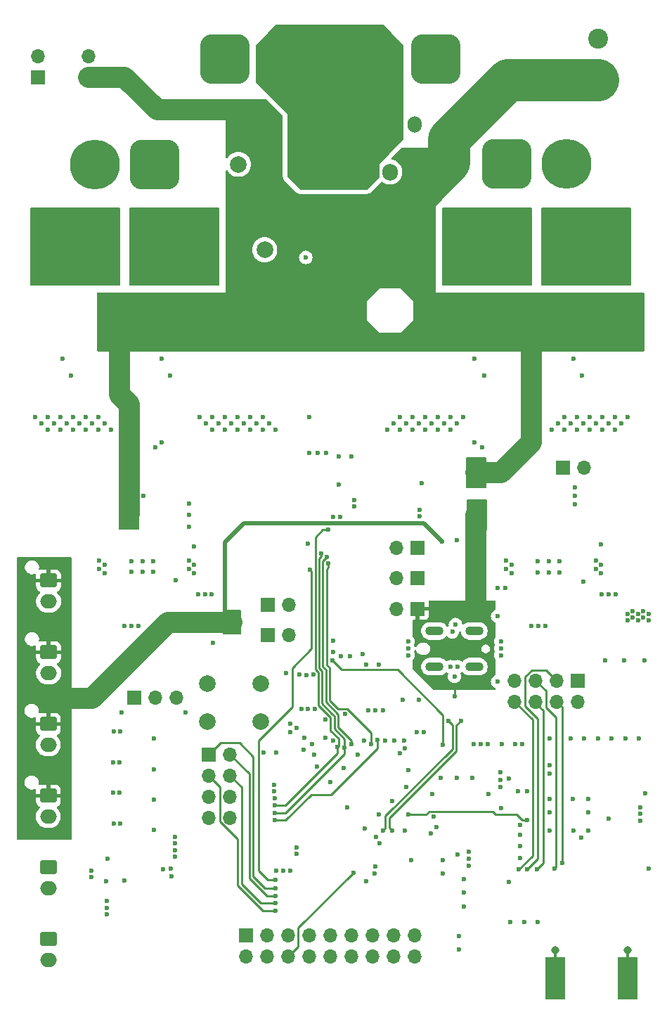
<source format=gbr>
%TF.GenerationSoftware,KiCad,Pcbnew,8.0.7*%
%TF.CreationDate,2025-03-30T10:34:42-04:00*%
%TF.ProjectId,RC-Car-Project,52432d43-6172-42d5-9072-6f6a6563742e,rev?*%
%TF.SameCoordinates,Original*%
%TF.FileFunction,Copper,L4,Bot*%
%TF.FilePolarity,Positive*%
%FSLAX46Y46*%
G04 Gerber Fmt 4.6, Leading zero omitted, Abs format (unit mm)*
G04 Created by KiCad (PCBNEW 8.0.7) date 2025-03-30 10:34:42*
%MOMM*%
%LPD*%
G01*
G04 APERTURE LIST*
G04 Aperture macros list*
%AMRoundRect*
0 Rectangle with rounded corners*
0 $1 Rounding radius*
0 $2 $3 $4 $5 $6 $7 $8 $9 X,Y pos of 4 corners*
0 Add a 4 corners polygon primitive as box body*
4,1,4,$2,$3,$4,$5,$6,$7,$8,$9,$2,$3,0*
0 Add four circle primitives for the rounded corners*
1,1,$1+$1,$2,$3*
1,1,$1+$1,$4,$5*
1,1,$1+$1,$6,$7*
1,1,$1+$1,$8,$9*
0 Add four rect primitives between the rounded corners*
20,1,$1+$1,$2,$3,$4,$5,0*
20,1,$1+$1,$4,$5,$6,$7,0*
20,1,$1+$1,$6,$7,$8,$9,0*
20,1,$1+$1,$8,$9,$2,$3,0*%
G04 Aperture macros list end*
%TA.AperFunction,Conductor*%
%ADD10C,0.200000*%
%TD*%
%TA.AperFunction,ComponentPad*%
%ADD11C,0.600000*%
%TD*%
%TA.AperFunction,ComponentPad*%
%ADD12C,2.400000*%
%TD*%
%TA.AperFunction,SMDPad,CuDef*%
%ADD13R,2.420000X5.080000*%
%TD*%
%TA.AperFunction,SMDPad,CuDef*%
%ADD14R,0.460000X0.950000*%
%TD*%
%TA.AperFunction,ComponentPad*%
%ADD15C,0.970000*%
%TD*%
%TA.AperFunction,ComponentPad*%
%ADD16RoundRect,1.500000X1.500000X1.500000X-1.500000X1.500000X-1.500000X-1.500000X1.500000X-1.500000X0*%
%TD*%
%TA.AperFunction,ComponentPad*%
%ADD17C,6.000000*%
%TD*%
%TA.AperFunction,ComponentPad*%
%ADD18R,1.700000X1.700000*%
%TD*%
%TA.AperFunction,ComponentPad*%
%ADD19O,1.700000X1.700000*%
%TD*%
%TA.AperFunction,ComponentPad*%
%ADD20RoundRect,0.250000X-0.750000X0.600000X-0.750000X-0.600000X0.750000X-0.600000X0.750000X0.600000X0*%
%TD*%
%TA.AperFunction,ComponentPad*%
%ADD21O,2.000000X1.700000*%
%TD*%
%TA.AperFunction,ComponentPad*%
%ADD22R,1.905000X2.000000*%
%TD*%
%TA.AperFunction,ComponentPad*%
%ADD23O,1.905000X2.000000*%
%TD*%
%TA.AperFunction,ComponentPad*%
%ADD24R,2.000000X2.000000*%
%TD*%
%TA.AperFunction,ComponentPad*%
%ADD25C,2.000000*%
%TD*%
%TA.AperFunction,ComponentPad*%
%ADD26RoundRect,1.500000X-1.500000X-1.500000X1.500000X-1.500000X1.500000X1.500000X-1.500000X1.500000X0*%
%TD*%
%TA.AperFunction,ComponentPad*%
%ADD27RoundRect,0.250000X-0.600000X-0.750000X0.600000X-0.750000X0.600000X0.750000X-0.600000X0.750000X0*%
%TD*%
%TA.AperFunction,ComponentPad*%
%ADD28O,1.700000X2.000000*%
%TD*%
%TA.AperFunction,ComponentPad*%
%ADD29O,2.200000X1.100000*%
%TD*%
%TA.AperFunction,ViaPad*%
%ADD30C,0.600000*%
%TD*%
%TA.AperFunction,Conductor*%
%ADD31C,5.080000*%
%TD*%
%TA.AperFunction,Conductor*%
%ADD32C,2.540000*%
%TD*%
%TA.AperFunction,Conductor*%
%ADD33C,0.508000*%
%TD*%
%TA.AperFunction,Conductor*%
%ADD34C,0.254000*%
%TD*%
%TA.AperFunction,Conductor*%
%ADD35C,0.276098*%
%TD*%
%TA.AperFunction,Conductor*%
%ADD36C,0.286004*%
%TD*%
G04 APERTURE END LIST*
%TO.N,VDD_BATT*%
D10*
X124650500Y-99441000D02*
X126936500Y-99441000D01*
X126936500Y-102997000D01*
X124650500Y-102997000D01*
X124650500Y-99441000D01*
%TA.AperFunction,Conductor*%
G36*
X124650500Y-99441000D02*
G01*
X126936500Y-99441000D01*
X126936500Y-102997000D01*
X124650500Y-102997000D01*
X124650500Y-99441000D01*
G37*
%TD.AperFunction*%
%TO.N,/Connectors/M1_RIGHT*%
X124587000Y-73660000D02*
X113919000Y-73660000D01*
X113919000Y-64389000D01*
X124587000Y-64389000D01*
X124587000Y-73660000D01*
%TA.AperFunction,Conductor*%
G36*
X124587000Y-73660000D02*
G01*
X113919000Y-73660000D01*
X113919000Y-64389000D01*
X124587000Y-64389000D01*
X124587000Y-73660000D01*
G37*
%TD.AperFunction*%
%TO.N,/Connectors/M2_LEFT*%
X174244000Y-73660000D02*
X163576000Y-73660000D01*
X163576000Y-64389000D01*
X174244000Y-64389000D01*
X174244000Y-73660000D01*
%TA.AperFunction,Conductor*%
G36*
X174244000Y-73660000D02*
G01*
X163576000Y-73660000D01*
X163576000Y-64389000D01*
X174244000Y-64389000D01*
X174244000Y-73660000D01*
G37*
%TD.AperFunction*%
%TO.N,/Connectors/M2_RIGHT*%
X186182000Y-73660000D02*
X175514000Y-73660000D01*
X175514000Y-64389000D01*
X186182000Y-64389000D01*
X186182000Y-73660000D01*
%TA.AperFunction,Conductor*%
G36*
X186182000Y-73660000D02*
G01*
X175514000Y-73660000D01*
X175514000Y-64389000D01*
X186182000Y-64389000D01*
X186182000Y-73660000D01*
G37*
%TD.AperFunction*%
%TO.N,/Connectors/M1_LEFT*%
X136525000Y-73660000D02*
X125857000Y-73660000D01*
X125857000Y-64389000D01*
X136525000Y-64389000D01*
X136525000Y-73660000D01*
%TA.AperFunction,Conductor*%
G36*
X136525000Y-73660000D02*
G01*
X125857000Y-73660000D01*
X125857000Y-64389000D01*
X136525000Y-64389000D01*
X136525000Y-73660000D01*
G37*
%TD.AperFunction*%
%TO.N,VDD_BATT*%
X166433500Y-94488000D02*
X168719500Y-94488000D01*
X168719500Y-98044000D01*
X166433500Y-98044000D01*
X166433500Y-94488000D01*
%TA.AperFunction,Conductor*%
G36*
X166433500Y-94488000D02*
G01*
X168719500Y-94488000D01*
X168719500Y-98044000D01*
X166433500Y-98044000D01*
X166433500Y-94488000D01*
G37*
%TD.AperFunction*%
%TO.N,VDD_USB*%
X166497000Y-99568000D02*
X168783000Y-99568000D01*
X168783000Y-103124000D01*
X166497000Y-103124000D01*
X166497000Y-99568000D01*
%TA.AperFunction,Conductor*%
G36*
X166497000Y-99568000D02*
G01*
X168783000Y-99568000D01*
X168783000Y-103124000D01*
X166497000Y-103124000D01*
X166497000Y-99568000D01*
G37*
%TD.AperFunction*%
%TO.N,VDD_BATT_PRE_SW*%
X158750000Y-44831000D02*
X158750000Y-56134000D01*
X155829000Y-59055000D01*
X155829000Y-60706000D01*
X154432000Y-62103000D01*
X146431000Y-62103000D01*
X144907000Y-60579000D01*
X144907000Y-53086000D01*
X141097000Y-49276000D01*
X141097000Y-44831000D01*
X143510000Y-42418000D01*
X156337000Y-42418000D01*
X158750000Y-44831000D01*
%TA.AperFunction,Conductor*%
G36*
X158750000Y-44831000D02*
G01*
X158750000Y-56134000D01*
X155829000Y-59055000D01*
X155829000Y-60706000D01*
X154432000Y-62103000D01*
X146431000Y-62103000D01*
X144907000Y-60579000D01*
X144907000Y-53086000D01*
X141097000Y-49276000D01*
X141097000Y-44831000D01*
X143510000Y-42418000D01*
X156337000Y-42418000D01*
X158750000Y-44831000D01*
G37*
%TD.AperFunction*%
%TO.N,+12V*%
X137163349Y-112870783D02*
X139195349Y-112870783D01*
X139195349Y-115664783D01*
X137163349Y-115664783D01*
X137163349Y-112870783D01*
%TA.AperFunction,Conductor*%
G36*
X137163349Y-112870783D02*
G01*
X139195349Y-112870783D01*
X139195349Y-115664783D01*
X137163349Y-115664783D01*
X137163349Y-112870783D01*
G37*
%TD.AperFunction*%
%TD*%
D11*
%TO.P,U2,9,PAD*%
%TO.N,GNDA*%
X177628000Y-106963000D03*
X176328000Y-106963000D03*
X175028000Y-106963000D03*
X177628000Y-108263002D03*
X176328000Y-108263002D03*
X175028000Y-108263002D03*
%TD*%
D12*
%TO.P,C46,1*%
%TO.N,VDD_BATT*%
X182245000Y-49022000D03*
%TO.P,C46,2*%
%TO.N,GND_BATT*%
X182245000Y-44022000D03*
%TD*%
D13*
%TO.P,J15,2,Ext*%
%TO.N,GNDA*%
X177103000Y-157168000D03*
X185863000Y-157168000D03*
D14*
X177103000Y-154178000D03*
X185863000Y-154178000D03*
D15*
X177103000Y-153728000D03*
X185863000Y-153728000D03*
%TD*%
D16*
%TO.P,J1,1,Pin_1*%
%TO.N,GND_BATT*%
X162700000Y-46482000D03*
D17*
%TO.P,J1,2,Pin_2*%
%TO.N,VDD_BATT_PRE_SW*%
X155500000Y-46482000D03*
%TD*%
D18*
%TO.P,J13,1,Pin_1*%
%TO.N,+3V3*%
X179832000Y-121285000D03*
D19*
%TO.P,J13,2,Pin_2*%
%TO.N,GNDA*%
X179832000Y-123825000D03*
%TO.P,J13,3,Pin_3*%
%TO.N,/Connectors/RF_TMS*%
X177292000Y-121285000D03*
%TO.P,J13,4,Pin_4*%
%TO.N,/Connectors/RF_nTRST*%
X177292000Y-123825000D03*
%TO.P,J13,5,Pin_5*%
%TO.N,/Connectors/RF_TCK*%
X174752000Y-121285000D03*
%TO.P,J13,6,Pin_6*%
%TO.N,/Connectors/RF_TDI*%
X174752000Y-123825000D03*
%TO.P,J13,7,Pin_7*%
%TO.N,/Connectors/RF_nSRST*%
X172212000Y-121285000D03*
%TO.P,J13,8,Pin_8*%
%TO.N,/Connectors/RF_TDO*%
X172212000Y-123825000D03*
%TD*%
D20*
%TO.P,J7,1,Pin_1*%
%TO.N,+12V*%
X116078000Y-117896000D03*
D21*
%TO.P,J7,2,Pin_2*%
%TO.N,/Connectors/LIGHTS3_NEG*%
X116078000Y-120396000D03*
%TD*%
D22*
%TO.P,Q1,1,D*%
%TO.N,VDD_BATT*%
X159766000Y-60071000D03*
D23*
%TO.P,Q1,2,G*%
%TO.N,/Connectors/PWR_SW*%
X157226000Y-60071000D03*
%TO.P,Q1,3,S*%
%TO.N,VDD_BATT_PRE_SW*%
X154686000Y-60071000D03*
%TD*%
D18*
%TO.P,TP3,1,1*%
%TO.N,GNDA*%
X114808000Y-48646000D03*
D19*
%TO.P,TP3,2*%
%TO.N,N/C*%
X114808000Y-46106000D03*
%TD*%
D18*
%TO.P,TP7,1,1*%
%TO.N,GNDA*%
X142489000Y-112141000D03*
D19*
%TO.P,TP7,2*%
%TO.N,N/C*%
X145029000Y-112141000D03*
%TD*%
D18*
%TO.P,J12,1,Pin_1*%
%TO.N,/Connectors/USART_TX*%
X135382000Y-130175000D03*
D19*
%TO.P,J12,2,Pin_2*%
%TO.N,/Connectors/USART_RX*%
X137922000Y-130175000D03*
%TO.P,J12,3,Pin_3*%
%TO.N,/Connectors/SWCLK*%
X135382000Y-132715000D03*
%TO.P,J12,4,Pin_4*%
%TO.N,/Connectors/SWDIO*%
X137922000Y-132715000D03*
%TO.P,J12,5,Pin_5*%
%TO.N,/Connectors/NRST*%
X135382000Y-135255000D03*
%TO.P,J12,6,Pin_6*%
%TO.N,GNDA*%
X137922000Y-135255000D03*
%TO.P,J12,7,Pin_7*%
%TO.N,+3V3*%
X135382000Y-137795000D03*
%TO.P,J12,8,Pin_8*%
%TO.N,unconnected-(J12-Pin_8-Pad8)*%
X137922000Y-137795000D03*
%TD*%
D20*
%TO.P,J6,1,Pin_1*%
%TO.N,+12V*%
X116039900Y-126532000D03*
D21*
%TO.P,J6,2,Pin_2*%
%TO.N,/Connectors/LIGHTS2_NEG*%
X116039900Y-129032000D03*
%TD*%
D24*
%TO.P,C1,1*%
%TO.N,VDD_BATT*%
X138938000Y-54147323D03*
D25*
%TO.P,C1,2*%
%TO.N,GND_BATT*%
X138938000Y-59147323D03*
%TD*%
D20*
%TO.P,J10,1,Pin_1*%
%TO.N,+3V3*%
X116039900Y-152440000D03*
D21*
%TO.P,J10,2,Pin_2*%
%TO.N,/Connectors/THERMO2_NEG*%
X116039900Y-154940000D03*
%TD*%
D18*
%TO.P,TP5,1,1*%
%TO.N,GNDA*%
X142489000Y-115824000D03*
D19*
%TO.P,TP5,2*%
%TO.N,N/C*%
X145029000Y-115824000D03*
%TD*%
D18*
%TO.P,J11,1,Pin_1*%
%TO.N,GNDA*%
X139840000Y-152000000D03*
D19*
%TO.P,J11,2,Pin_2*%
%TO.N,+3V3*%
X139840000Y-154540000D03*
%TO.P,J11,3,Pin_3*%
%TO.N,/Connectors/I2C2_CAM_SDA*%
X142380000Y-152000000D03*
%TO.P,J11,4,Pin_4*%
%TO.N,/Connectors/I2C2_CAM_SCL*%
X142380000Y-154540000D03*
%TO.P,J11,5,Pin_5*%
%TO.N,/Connectors/DCMI_HSYNC*%
X144920000Y-152000000D03*
%TO.P,J11,6,Pin_6*%
%TO.N,/Connectors/DCMI_VSYNC*%
X144920000Y-154540000D03*
%TO.P,J11,7,Pin_7*%
%TO.N,/Connectors/DCMI_XCLK*%
X147460000Y-152000000D03*
%TO.P,J11,8,Pin_8*%
%TO.N,/Connectors/DCMI_PIXCLK*%
X147460000Y-154540000D03*
%TO.P,J11,9,Pin_9*%
%TO.N,/Connectors/DCMI_D6*%
X150000000Y-152000000D03*
%TO.P,J11,10,Pin_10*%
%TO.N,/Connectors/DCMI_D7*%
X150000000Y-154540000D03*
%TO.P,J11,11,Pin_11*%
%TO.N,/Connectors/DCMI_D4*%
X152540000Y-152000000D03*
%TO.P,J11,12,Pin_12*%
%TO.N,/Connectors/DCMI_D5*%
X152540000Y-154540000D03*
%TO.P,J11,13,Pin_13*%
%TO.N,/Connectors/DCMI_D2*%
X155080000Y-152000000D03*
%TO.P,J11,14,Pin_14*%
%TO.N,/Connectors/DCMI_D3*%
X155080000Y-154540000D03*
%TO.P,J11,15,Pin_15*%
%TO.N,/Connectors/DCMI_D0*%
X157620000Y-152000000D03*
%TO.P,J11,16,Pin_16*%
%TO.N,/Connectors/DCMI_D1*%
X157620000Y-154540000D03*
%TO.P,J11,17,Pin_17*%
%TO.N,Net-(J11-Pin_17)*%
X160160000Y-152000000D03*
%TO.P,J11,18,Pin_18*%
%TO.N,Net-(J11-Pin_18)*%
X160160000Y-154540000D03*
%TD*%
D18*
%TO.P,SW2,1,A*%
%TO.N,Net-(SW2-A)*%
X126365000Y-123317000D03*
D19*
%TO.P,SW2,2,B*%
%TO.N,Net-(SW2-B)*%
X128905000Y-123317000D03*
%TO.P,SW2,3,C*%
%TO.N,Net-(SW2-C)*%
X131445000Y-123317000D03*
%TD*%
D24*
%TO.P,C2,1*%
%TO.N,VDD_BATT*%
X142113000Y-64434323D03*
D25*
%TO.P,C2,2*%
%TO.N,GND_BATT*%
X142113000Y-69434323D03*
%TD*%
D20*
%TO.P,J8,1,Pin_1*%
%TO.N,+12V*%
X116078000Y-109260000D03*
D21*
%TO.P,J8,2,Pin_2*%
%TO.N,/Connectors/LIHGTS4_NEG*%
X116078000Y-111760000D03*
%TD*%
D18*
%TO.P,TP8,1,1*%
%TO.N,Net-(D5-K)*%
X178049000Y-95631000D03*
D19*
%TO.P,TP8,2*%
%TO.N,N/C*%
X180589000Y-95631000D03*
%TD*%
D20*
%TO.P,J9,1,Pin_1*%
%TO.N,+3V3*%
X116039900Y-143804000D03*
D21*
%TO.P,J9,2,Pin_2*%
%TO.N,/Connectors/THERMO1_NEG*%
X116039900Y-146304000D03*
%TD*%
D11*
%TO.P,U3,9,PAD*%
%TO.N,GNDA*%
X128681000Y-106903998D03*
X127381000Y-106903998D03*
X126081000Y-106903998D03*
X128681000Y-108204000D03*
X127381000Y-108204000D03*
X126081000Y-108204000D03*
%TD*%
D16*
%TO.P,J4,1,Pin_1*%
%TO.N,/Connectors/M1_LEFT*%
X128822000Y-59182000D03*
D17*
%TO.P,J4,2,Pin_2*%
%TO.N,/Connectors/M1_RIGHT*%
X121622000Y-59182000D03*
%TD*%
D25*
%TO.P,SW1,1,1*%
%TO.N,GNDA*%
X135180000Y-121702000D03*
X141680000Y-121702000D03*
%TO.P,SW1,2,2*%
%TO.N,/Connectors/NRST*%
X135180000Y-126202000D03*
X141680000Y-126202000D03*
%TD*%
D18*
%TO.P,TP2,1,1*%
%TO.N,VDD_BATT*%
X120904000Y-48641000D03*
D19*
%TO.P,TP2,2*%
%TO.N,N/C*%
X120904000Y-46101000D03*
%TD*%
D26*
%TO.P,J2,1,Pin_1*%
%TO.N,GND_BATT*%
X137300000Y-46482000D03*
D17*
%TO.P,J2,2,Pin_2*%
%TO.N,VDD_BATT_PRE_SW*%
X144500000Y-46482000D03*
%TD*%
D26*
%TO.P,J3,1,Pin_1*%
%TO.N,/Connectors/M2_LEFT*%
X171279000Y-59055000D03*
D17*
%TO.P,J3,2,Pin_2*%
%TO.N,/Connectors/M2_RIGHT*%
X178479000Y-59055000D03*
%TD*%
D18*
%TO.P,TP4,1,1*%
%TO.N,+12V*%
X160528000Y-105283000D03*
D19*
%TO.P,TP4,2*%
%TO.N,N/C*%
X157988000Y-105283000D03*
%TD*%
D18*
%TO.P,TP1,1,1*%
%TO.N,VDD_USB*%
X160528000Y-112649000D03*
D19*
%TO.P,TP1,2*%
%TO.N,N/C*%
X157988000Y-112649000D03*
%TD*%
D18*
%TO.P,TP6,1,1*%
%TO.N,+3V3*%
X160528000Y-108966000D03*
D19*
%TO.P,TP6,2*%
%TO.N,N/C*%
X157988000Y-108966000D03*
%TD*%
D27*
%TO.P,J16,1,Pin_1*%
%TO.N,VDD_BATT_PRE_SW*%
X157647000Y-54356000D03*
D28*
%TO.P,J16,2,Pin_2*%
%TO.N,/Connectors/PWR_SW*%
X160147000Y-54356000D03*
%TD*%
D29*
%TO.P,J14,S1,SHIELD*%
%TO.N,unconnected-(J14-SHIELD-PadS1)*%
X167373000Y-119625000D03*
%TO.P,J14,S2,SHIELD__1*%
%TO.N,unconnected-(J14-SHIELD__1-PadS2)*%
X167373000Y-115325000D03*
%TO.P,J14,S3,SHIELD__2*%
%TO.N,unconnected-(J14-SHIELD__2-PadS3)*%
X162573000Y-119625000D03*
%TO.P,J14,S4,SHIELD__3*%
%TO.N,unconnected-(J14-SHIELD__3-PadS4)*%
X162573000Y-115325000D03*
%TD*%
D20*
%TO.P,J5,1,Pin_1*%
%TO.N,+12V*%
X116039900Y-135168000D03*
D21*
%TO.P,J5,2,Pin_2*%
%TO.N,/Connectors/LIGHTS1_NEG*%
X116039900Y-137668000D03*
%TD*%
D30*
%TO.N,GNDA*%
X122047000Y-89535000D03*
X154051000Y-128524000D03*
X181229000Y-91059000D03*
X179705000Y-89535000D03*
X136525000Y-90297000D03*
X118237000Y-90297000D03*
X182753000Y-89535000D03*
X171704000Y-150368000D03*
X170561000Y-118237000D03*
X165481000Y-152019000D03*
X123074263Y-148653201D03*
X115189000Y-90297000D03*
X185420000Y-118872000D03*
X158750000Y-123571000D03*
X127508000Y-99060000D03*
X120523000Y-91059000D03*
X178943000Y-128270000D03*
X181102000Y-135509000D03*
X156845000Y-91059000D03*
X159380761Y-118237000D03*
X150368000Y-117856000D03*
X171069000Y-110109000D03*
X151193500Y-101600000D03*
X182245000Y-128270000D03*
X166116000Y-148463000D03*
X165227000Y-132969000D03*
X133604000Y-107315000D03*
X144355730Y-144194546D03*
X145161000Y-126492000D03*
X164973000Y-120777000D03*
X115951000Y-91059000D03*
X145179075Y-144198785D03*
X185547000Y-128270000D03*
X124684000Y-138496000D03*
X163576000Y-142875000D03*
X183515000Y-90297000D03*
X170688000Y-128905000D03*
X179500546Y-99060000D03*
X170180000Y-113538000D03*
X149987000Y-133477000D03*
X124686852Y-127454065D03*
X119761000Y-90297000D03*
X175913075Y-114734785D03*
X178943000Y-90297000D03*
X176657000Y-91059000D03*
X128744260Y-135649478D03*
X163576000Y-144526000D03*
X159004000Y-139319000D03*
X160655000Y-123571000D03*
X122174000Y-107823000D03*
X160782000Y-101473000D03*
X158369000Y-89535000D03*
X124643020Y-131168775D03*
X135763000Y-89535000D03*
X128755532Y-139238547D03*
X178181000Y-89535000D03*
X126067730Y-114681000D03*
X151003000Y-94297500D03*
X151801105Y-125341354D03*
X161417000Y-89535000D03*
X143528075Y-144198785D03*
X142621000Y-90297000D03*
X172847000Y-141224000D03*
X125183900Y-145359001D03*
X166116000Y-145161000D03*
X181102000Y-137160000D03*
X175089730Y-114730546D03*
X143383000Y-91059000D03*
X132969000Y-101346000D03*
X170180000Y-121412000D03*
X185039000Y-90297000D03*
X124624140Y-134822927D03*
X116713000Y-90297000D03*
X187198000Y-128270000D03*
X123024900Y-145436534D03*
X165989000Y-89535000D03*
X164465000Y-91059000D03*
X159380761Y-116586000D03*
X123922000Y-138496000D03*
X135763000Y-91059000D03*
X177419000Y-90297000D03*
X141097000Y-90297000D03*
X183134000Y-118872000D03*
X162179000Y-90297000D03*
X183515000Y-137922000D03*
X122809000Y-107315000D03*
X135890000Y-116713000D03*
X135744925Y-110944215D03*
X120523000Y-89535000D03*
X123862140Y-134822927D03*
X134239000Y-89535000D03*
X140335000Y-91059000D03*
X180594000Y-128270000D03*
X117475000Y-91059000D03*
X182734925Y-110944215D03*
X167132000Y-132969000D03*
X187960000Y-134874000D03*
X123151900Y-142748000D03*
X179197000Y-135509000D03*
X147447000Y-93853000D03*
X150368000Y-116459000D03*
X147447000Y-89535000D03*
X180213000Y-140208000D03*
X181991000Y-90297000D03*
X159131000Y-90297000D03*
X171831000Y-108331000D03*
X162941000Y-89535000D03*
X173355000Y-150368000D03*
X171196000Y-107823000D03*
X180467000Y-90297000D03*
X155829000Y-137414000D03*
X123063207Y-149471133D03*
X122809000Y-108331000D03*
X159893000Y-89535000D03*
X132969000Y-106807000D03*
X138811000Y-89535000D03*
X126891075Y-114685239D03*
X145923000Y-127000000D03*
X171538000Y-145542000D03*
X166116000Y-146812000D03*
X179324000Y-139319000D03*
X182626000Y-108331000D03*
X141859000Y-91059000D03*
X155829000Y-119380000D03*
X122174000Y-106807000D03*
X178181000Y-91059000D03*
X123571000Y-91059000D03*
X182626000Y-107315000D03*
X124841000Y-125095000D03*
X157607000Y-90297000D03*
X134917270Y-110948454D03*
X162941000Y-91059000D03*
X181229000Y-89535000D03*
X181102000Y-139319000D03*
X123924852Y-127454065D03*
X170180000Y-110109000D03*
X170565239Y-117413655D03*
X133604000Y-108331000D03*
X157480000Y-135763000D03*
X138049000Y-90297000D03*
X141986000Y-129921000D03*
X176403000Y-128270000D03*
X164465000Y-89535000D03*
X158369000Y-91059000D03*
X132973239Y-102743000D03*
X179504785Y-98044000D03*
X150368000Y-128524000D03*
X139573000Y-90297000D03*
X185801000Y-89535000D03*
X145161000Y-127508000D03*
X147955809Y-120600880D03*
X146304809Y-120600880D03*
X137287000Y-89535000D03*
X151638000Y-131826000D03*
X171196000Y-106807000D03*
X137287000Y-91059000D03*
X184277000Y-91059000D03*
X183896000Y-128270000D03*
X150368000Y-101600000D03*
X176403000Y-137160000D03*
X128778000Y-128270000D03*
X159131000Y-134112000D03*
X163322000Y-132969000D03*
X153289000Y-130175000D03*
X165354000Y-142240000D03*
X159893000Y-91059000D03*
X159385000Y-117413655D03*
X121285000Y-90297000D03*
X184385925Y-110944215D03*
X170561000Y-116586000D03*
X114427000Y-89535000D03*
X171831000Y-107315000D03*
X184277000Y-89535000D03*
X123063207Y-147820133D03*
X181991000Y-106807000D03*
X161417000Y-91059000D03*
X187833000Y-118872000D03*
X117475000Y-89535000D03*
X154305000Y-119380000D03*
X154178000Y-139065000D03*
X128778000Y-131953000D03*
X160655000Y-90297000D03*
X132973239Y-99949000D03*
X176403000Y-139319000D03*
X165227000Y-90297000D03*
X141859000Y-89535000D03*
X122047000Y-91059000D03*
X135001000Y-90297000D03*
X179705000Y-91059000D03*
X182753000Y-91059000D03*
X118999000Y-91059000D03*
X174262075Y-114734785D03*
X123881020Y-131168775D03*
X125240075Y-114685239D03*
X183558270Y-110948454D03*
X138811000Y-91059000D03*
X118999000Y-89535000D03*
X115951000Y-89535000D03*
X179504785Y-100076000D03*
X132969000Y-107823000D03*
X154305000Y-145415000D03*
X171538000Y-133135000D03*
X181991000Y-107823000D03*
X122809000Y-90297000D03*
X175006000Y-150368000D03*
X140335000Y-89535000D03*
X172847000Y-142621000D03*
X163703000Y-90297000D03*
X134093925Y-110944215D03*
X147122741Y-120611936D03*
X160782000Y-100711000D03*
%TO.N,VDD_BATT*%
X174244000Y-77470000D03*
X174879000Y-77089000D03*
X173609000Y-78613000D03*
X135890000Y-76327000D03*
X185547000Y-76327000D03*
X166941500Y-96647000D03*
X166941500Y-95123000D03*
X137160000Y-79375000D03*
X125222000Y-78613000D03*
X186817000Y-80137000D03*
X185547000Y-77851000D03*
X173609000Y-80137000D03*
X186817000Y-76327000D03*
X125222000Y-76327000D03*
X186817000Y-78613000D03*
X174244000Y-79756000D03*
X174879000Y-80137000D03*
X124587000Y-76708000D03*
X152400000Y-80518000D03*
X123952000Y-77851000D03*
X137160000Y-80137000D03*
X173609000Y-76327000D03*
X123952000Y-77089000D03*
X185547000Y-80137000D03*
X135890000Y-77851000D03*
X167576500Y-95504000D03*
X168211500Y-96647000D03*
X149479000Y-93853000D03*
X167576500Y-96266000D03*
X123952000Y-79375000D03*
X126428500Y-100838000D03*
X126428500Y-101600000D03*
X174244000Y-78994000D03*
X174879000Y-79375000D03*
X186817000Y-79375000D03*
X186817000Y-77089000D03*
X124587000Y-79756000D03*
X135890000Y-77089000D03*
X123952000Y-78613000D03*
X125158500Y-100838000D03*
X125158500Y-100076000D03*
X174879000Y-76327000D03*
X124587000Y-78994000D03*
X173609000Y-77089000D03*
X173609000Y-79375000D03*
X136525000Y-78994000D03*
X174244000Y-78232000D03*
X185547000Y-78613000D03*
X185547000Y-79375000D03*
X136525000Y-77470000D03*
X166941500Y-95885000D03*
X186817000Y-77851000D03*
X166941500Y-97409000D03*
X125158500Y-102362000D03*
X174879000Y-78613000D03*
X137160000Y-77089000D03*
X137160000Y-78613000D03*
X125793500Y-101981000D03*
X186182000Y-78232000D03*
X136525000Y-76708000D03*
X186182000Y-79756000D03*
X168211500Y-95123000D03*
X167576500Y-97028000D03*
X125222000Y-77851000D03*
X124587000Y-78232000D03*
X123952000Y-80137000D03*
X137160000Y-76327000D03*
X173609000Y-77851000D03*
X135890000Y-80137000D03*
X168211500Y-97409000D03*
X126428500Y-102362000D03*
X136525000Y-79756000D03*
X186182000Y-78994000D03*
X125222000Y-80137000D03*
X185547000Y-77089000D03*
X125793500Y-100457000D03*
X137160000Y-77851000D03*
X174244000Y-76708000D03*
X126428500Y-100076000D03*
X168211500Y-95885000D03*
X186182000Y-77470000D03*
X136525000Y-78232000D03*
X135890000Y-79375000D03*
X123952000Y-76327000D03*
X186182000Y-76708000D03*
X125222000Y-79375000D03*
X125793500Y-101219000D03*
X125222000Y-77089000D03*
X124587000Y-77470000D03*
X135890000Y-78613000D03*
X174879000Y-77851000D03*
X125158500Y-101600000D03*
%TO.N,+3V3*%
X170497682Y-134112000D03*
X167317222Y-128982421D03*
X121246900Y-144145000D03*
X152908000Y-100330000D03*
X168529000Y-84582000D03*
X185801000Y-114046000D03*
X176466500Y-131445000D03*
X166697215Y-141940575D03*
X187357093Y-136527965D03*
X159766000Y-142875000D03*
X187706000Y-112903000D03*
X186436000Y-113665000D03*
X147320000Y-104775000D03*
X168968222Y-128982421D03*
X166701454Y-142768230D03*
X170497682Y-133223000D03*
X168140567Y-128986660D03*
X176403000Y-135509000D03*
X187706000Y-113665000D03*
X170497682Y-132334000D03*
X145923000Y-142113000D03*
X155448000Y-124841000D03*
X165227000Y-104395000D03*
X188341000Y-113284000D03*
X160401000Y-127508000D03*
X173148350Y-128946807D03*
X132588000Y-125095000D03*
X118745000Y-84582000D03*
X143510000Y-129921000D03*
X149415500Y-128143000D03*
X186436000Y-112903000D03*
X121246900Y-144907000D03*
X185801000Y-113284000D03*
X165481000Y-153670000D03*
X130683000Y-84582000D03*
X151003000Y-97663000D03*
X146904000Y-128143000D03*
X152527000Y-94297500D03*
X180340000Y-84582000D03*
X188341000Y-114046000D03*
X188341000Y-143891000D03*
X156337000Y-124841000D03*
X154559000Y-124841000D03*
X161290000Y-127508000D03*
X166697215Y-143591575D03*
X172325005Y-128942568D03*
X176473454Y-132479404D03*
X161036000Y-97536000D03*
X187071000Y-114046000D03*
X152908000Y-99568000D03*
X149415500Y-125984000D03*
X187346037Y-137345897D03*
X187071000Y-113284000D03*
X187357093Y-138178965D03*
X144653000Y-120396000D03*
X145923000Y-141351000D03*
%TO.N,+12V*%
X137541000Y-113623000D03*
X137541000Y-115147000D03*
X138811000Y-113623000D03*
X138176000Y-114004000D03*
X163449000Y-104521000D03*
X138176000Y-114766000D03*
X138811000Y-114385000D03*
X138811000Y-115147000D03*
X138176000Y-113242000D03*
X137541000Y-114385000D03*
%TO.N,/Connectors/M2_RIGHT*%
X179324000Y-65278000D03*
X178562000Y-72136000D03*
X183896000Y-66802000D03*
X183134000Y-70612000D03*
X181610000Y-70612000D03*
X177800000Y-68326000D03*
X183896000Y-69850000D03*
X176276000Y-71374000D03*
X183134000Y-72136000D03*
X176276000Y-66802000D03*
X177038000Y-66040000D03*
X180086000Y-72136000D03*
X180848000Y-71374000D03*
X180086000Y-70612000D03*
X177800000Y-71374000D03*
X180848000Y-66802000D03*
X181610000Y-67564000D03*
X185420000Y-68326000D03*
X179324000Y-72898000D03*
X176276000Y-68326000D03*
X181610000Y-66040000D03*
X177038000Y-72136000D03*
X180848000Y-65278000D03*
X184658000Y-67564000D03*
X177800000Y-69850000D03*
X177038000Y-67564000D03*
X176276000Y-72898000D03*
X177800000Y-66802000D03*
X180848000Y-69850000D03*
X177038000Y-69088000D03*
X177800000Y-72898000D03*
X180086000Y-66040000D03*
X177038000Y-70612000D03*
X182372000Y-65278000D03*
X180848000Y-72898000D03*
X185420000Y-71374000D03*
X185420000Y-66802000D03*
X179324000Y-71374000D03*
X176276000Y-69850000D03*
X182372000Y-69850000D03*
X185420000Y-65278000D03*
X183896000Y-71374000D03*
X180848000Y-68326000D03*
X182372000Y-66802000D03*
X178562000Y-70612000D03*
X181610000Y-69088000D03*
X184658000Y-70612000D03*
X182372000Y-68326000D03*
X183134000Y-69088000D03*
X177800000Y-65278000D03*
X183896000Y-65278000D03*
X182372000Y-72898000D03*
X182372000Y-71374000D03*
X183896000Y-72898000D03*
X183134000Y-67564000D03*
X185420000Y-72898000D03*
X180086000Y-69088000D03*
X183896000Y-68326000D03*
X184658000Y-72136000D03*
X184658000Y-69088000D03*
X179324000Y-68326000D03*
X185420000Y-69850000D03*
X179324000Y-69850000D03*
X176276000Y-65278000D03*
X184658000Y-66040000D03*
X178562000Y-67564000D03*
X178562000Y-69088000D03*
X183134000Y-66040000D03*
X178562000Y-66040000D03*
X180086000Y-67564000D03*
X179324000Y-66802000D03*
X181610000Y-72136000D03*
%TO.N,/Connectors/M2_LEFT*%
X167386000Y-71374000D03*
X165862000Y-66802000D03*
X172720000Y-72136000D03*
X165100000Y-70612000D03*
X168148000Y-66040000D03*
X169672000Y-69088000D03*
X167386000Y-69850000D03*
X164338000Y-72898000D03*
X168910000Y-69850000D03*
X170434000Y-69850000D03*
X171196000Y-66040000D03*
X165100000Y-69088000D03*
X164338000Y-65278000D03*
X171196000Y-67564000D03*
X169672000Y-70612000D03*
X171958000Y-71374000D03*
X170434000Y-66802000D03*
X164338000Y-71374000D03*
X168910000Y-72898000D03*
X165862000Y-69850000D03*
X172720000Y-66040000D03*
X167386000Y-66802000D03*
X166624000Y-69088000D03*
X167386000Y-68326000D03*
X170434000Y-72898000D03*
X173482000Y-66802000D03*
X173482000Y-71374000D03*
X167386000Y-72898000D03*
X166624000Y-72136000D03*
X166624000Y-66040000D03*
X167386000Y-65278000D03*
X173482000Y-72898000D03*
X171958000Y-65278000D03*
X172720000Y-67564000D03*
X168910000Y-68326000D03*
X166624000Y-67564000D03*
X169672000Y-66040000D03*
X168148000Y-72136000D03*
X170434000Y-71374000D03*
X165100000Y-66040000D03*
X171958000Y-68326000D03*
X165862000Y-72898000D03*
X173482000Y-68326000D03*
X171196000Y-72136000D03*
X165100000Y-72136000D03*
X171196000Y-70612000D03*
X165862000Y-65278000D03*
X165100000Y-67564000D03*
X173482000Y-69850000D03*
X172720000Y-69088000D03*
X166624000Y-70612000D03*
X168910000Y-71374000D03*
X165862000Y-71374000D03*
X168148000Y-69088000D03*
X169672000Y-67564000D03*
X168910000Y-66802000D03*
X168910000Y-65278000D03*
X168148000Y-70612000D03*
X171958000Y-69850000D03*
X170434000Y-65278000D03*
X164338000Y-69850000D03*
X168148000Y-67564000D03*
X173482000Y-65278000D03*
X171958000Y-72898000D03*
X172720000Y-70612000D03*
X170434000Y-68326000D03*
X171196000Y-69088000D03*
X164338000Y-68326000D03*
X169672000Y-72136000D03*
X165862000Y-68326000D03*
X164338000Y-66802000D03*
X171958000Y-66802000D03*
%TO.N,/Connectors/M1_LEFT*%
X129667000Y-66802000D03*
X129667000Y-72898000D03*
X133477000Y-69088000D03*
X128905000Y-67564000D03*
X131191000Y-66802000D03*
X134239000Y-72898000D03*
X128143000Y-69850000D03*
X130429000Y-69088000D03*
X128905000Y-72136000D03*
X130429000Y-72136000D03*
X132715000Y-65278000D03*
X127381000Y-70612000D03*
X135001000Y-66040000D03*
X134239000Y-68326000D03*
X132715000Y-68326000D03*
X131953000Y-66040000D03*
X128143000Y-65278000D03*
X126619000Y-66802000D03*
X135763000Y-68326000D03*
X131953000Y-67564000D03*
X135763000Y-66802000D03*
X131191000Y-69850000D03*
X126619000Y-68326000D03*
X129667000Y-69850000D03*
X133477000Y-70612000D03*
X126619000Y-69850000D03*
X131953000Y-72136000D03*
X132715000Y-69850000D03*
X134239000Y-71374000D03*
X127381000Y-69088000D03*
X134239000Y-65278000D03*
X131191000Y-68326000D03*
X134239000Y-66802000D03*
X129667000Y-71374000D03*
X129667000Y-65278000D03*
X135763000Y-72898000D03*
X127381000Y-72136000D03*
X128143000Y-66802000D03*
X134239000Y-69850000D03*
X131953000Y-69088000D03*
X126619000Y-71374000D03*
X135763000Y-69850000D03*
X128905000Y-69088000D03*
X127381000Y-67564000D03*
X135001000Y-70612000D03*
X133477000Y-66040000D03*
X132715000Y-71374000D03*
X128905000Y-66040000D03*
X135001000Y-69088000D03*
X128143000Y-71374000D03*
X126619000Y-65278000D03*
X130429000Y-66040000D03*
X131191000Y-72898000D03*
X135001000Y-67564000D03*
X128143000Y-68326000D03*
X135763000Y-71374000D03*
X128905000Y-70612000D03*
X135763000Y-65278000D03*
X132715000Y-72898000D03*
X129667000Y-68326000D03*
X135001000Y-72136000D03*
X130429000Y-67564000D03*
X131191000Y-65278000D03*
X126619000Y-72898000D03*
X131953000Y-70612000D03*
X133477000Y-67564000D03*
X132715000Y-66802000D03*
X127381000Y-66040000D03*
X130429000Y-70612000D03*
X133477000Y-72136000D03*
X131191000Y-71374000D03*
X128143000Y-72898000D03*
%TO.N,/Connectors/M1_RIGHT*%
X117729000Y-68326000D03*
X121539000Y-70612000D03*
X119253000Y-72898000D03*
X114681000Y-68326000D03*
X116205000Y-69850000D03*
X120777000Y-65278000D03*
X123825000Y-68326000D03*
X115443000Y-69088000D03*
X115443000Y-67564000D03*
X119253000Y-68326000D03*
X114681000Y-65278000D03*
X120777000Y-72898000D03*
X119253000Y-66802000D03*
X116205000Y-72898000D03*
X123063000Y-67564000D03*
X114681000Y-72898000D03*
X122301000Y-72898000D03*
X119253000Y-69850000D03*
X120015000Y-72136000D03*
X123825000Y-69850000D03*
X120777000Y-66802000D03*
X117729000Y-72898000D03*
X118491000Y-69088000D03*
X123063000Y-66040000D03*
X118491000Y-66040000D03*
X117729000Y-71374000D03*
X116967000Y-69088000D03*
X122301000Y-71374000D03*
X123063000Y-72136000D03*
X116967000Y-70612000D03*
X120015000Y-70612000D03*
X116205000Y-65278000D03*
X121539000Y-69088000D03*
X120777000Y-69850000D03*
X120015000Y-69088000D03*
X115443000Y-66040000D03*
X116205000Y-71374000D03*
X116967000Y-66040000D03*
X119253000Y-65278000D03*
X123825000Y-71374000D03*
X123825000Y-72898000D03*
X116205000Y-68326000D03*
X115443000Y-72136000D03*
X119253000Y-71374000D03*
X114681000Y-69850000D03*
X120777000Y-68326000D03*
X121539000Y-72136000D03*
X121539000Y-67564000D03*
X120777000Y-71374000D03*
X121539000Y-66040000D03*
X122301000Y-66802000D03*
X116967000Y-67564000D03*
X120015000Y-67564000D03*
X114681000Y-71374000D03*
X123825000Y-65278000D03*
X122301000Y-69850000D03*
X123063000Y-69088000D03*
X118491000Y-72136000D03*
X122301000Y-65278000D03*
X117729000Y-69850000D03*
X123063000Y-70612000D03*
X115443000Y-70612000D03*
X122301000Y-68326000D03*
X118491000Y-70612000D03*
X118491000Y-67564000D03*
X114681000Y-66802000D03*
X120015000Y-66040000D03*
X123825000Y-66802000D03*
X116967000Y-72136000D03*
X117729000Y-66802000D03*
X116205000Y-66802000D03*
X117729000Y-65278000D03*
%TO.N,/Connectors/USART_TX*%
X143383000Y-146306288D03*
%TO.N,/Connectors/USART_RX*%
X143383000Y-147193000D03*
%TO.N,/Connectors/SWDIO*%
X143384144Y-148083144D03*
%TO.N,/Connectors/SWCLK*%
X143383000Y-148971000D03*
%TO.N,/Connectors/DCMI_D1*%
X155478598Y-143713003D03*
%TO.N,/Connectors/DCMI_D0*%
X155353342Y-144503139D03*
%TO.N,/Connectors/DCMI_D5*%
X152019000Y-136525000D03*
%TO.N,/Connectors/DCMI_D7*%
X156591000Y-128524000D03*
%TO.N,/Connectors/DCMI_D2*%
X158369000Y-130048000D03*
%TO.N,/Connectors/DCMI_XCLK*%
X148399500Y-131635500D03*
%TO.N,/Connectors/DCMI_PIXCLK*%
X148082000Y-130175000D03*
%TO.N,/Connectors/DCMI_HSYNC*%
X146812000Y-129603500D03*
%TO.N,/Connectors/DCMI_D6*%
X157734000Y-128524000D03*
%TO.N,/Connectors/DCMI_D4*%
X158877000Y-128524000D03*
%TO.N,/Connectors/DCMI_VSYNC*%
X159385000Y-132080000D03*
X152784049Y-144399000D03*
%TO.N,/Connectors/DCMI_D3*%
X159004000Y-129413000D03*
%TO.N,/MCU/LIGHTS1_PWM*%
X143299252Y-135463460D03*
X131318000Y-142502000D03*
%TO.N,/MCU/LIGHTS2_PWM*%
X143256748Y-134620000D03*
X131339793Y-141702297D03*
%TO.N,Net-(Q2-IN)*%
X128905000Y-93218000D03*
X117729000Y-82550000D03*
%TO.N,/MCU/MOTOR_EN*%
X146551915Y-124714000D03*
X151257000Y-118364000D03*
%TO.N,Net-(D8-K)*%
X133591000Y-105156000D03*
X131432000Y-109220000D03*
%TO.N,/IVTSense/ALERT*%
X152527000Y-128905000D03*
X149606000Y-106426000D03*
%TO.N,VDD_USB*%
X167576500Y-101346000D03*
X166882239Y-116651655D03*
X168211500Y-100965000D03*
X166941500Y-100203000D03*
X167576500Y-100584000D03*
X166878000Y-117475000D03*
X163068000Y-117475000D03*
X168211500Y-102489000D03*
X166882239Y-118302655D03*
X166941500Y-100965000D03*
X164973000Y-123190000D03*
X166941500Y-102489000D03*
X168211500Y-101727000D03*
X163063761Y-118298345D03*
X168211500Y-100203000D03*
X163063761Y-116647345D03*
X166941500Y-101727000D03*
X167576500Y-102108000D03*
%TO.N,/Connectors/RF_TCK*%
X177038000Y-143891000D03*
%TO.N,/Connectors/RF_nTRST*%
X177927000Y-143256000D03*
%TO.N,/Connectors/RF_TDO*%
X172720000Y-144018000D03*
%TO.N,/Connectors/RF_TMS*%
X173736000Y-144018000D03*
%TO.N,/Connectors/RF_TDI*%
X174879000Y-144018000D03*
%TO.N,/IVTSense/MOSI*%
X130874926Y-144837498D03*
X151695798Y-129341015D03*
X143321303Y-137219409D03*
X148920297Y-106002298D03*
%TO.N,/IVTSense/THERMO_ADC_CS*%
X143318356Y-138111356D03*
X155686000Y-128413000D03*
%TO.N,/IVTSense/SCLK*%
X147574000Y-107950000D03*
X143383000Y-145288000D03*
X129879999Y-144059001D03*
%TO.N,/IVTSense/MISO*%
X150876000Y-129286000D03*
X130810000Y-143945329D03*
X143319185Y-136332527D03*
X149733000Y-103124000D03*
%TO.N,/MCU/LEFT_PWM1*%
X148151894Y-124720395D03*
X153924000Y-118110000D03*
%TO.N,/MCU/RIGHT_PWM1*%
X152400000Y-118364000D03*
X147351917Y-124713908D03*
%TO.N,/IVTSense/INA_CS*%
X154940000Y-128905000D03*
X149744000Y-107220521D03*
%TO.N,Net-(J14-D1-)*%
X164518997Y-119634000D03*
X165100000Y-114554000D03*
%TO.N,Net-(Q3-IN)*%
X129667000Y-92591000D03*
X129667000Y-82550000D03*
%TO.N,Net-(Q4-IN)*%
X167386000Y-92591000D03*
X167386000Y-82550000D03*
%TO.N,Net-(J14-D1+)*%
X164723000Y-115413094D03*
X165319000Y-119634000D03*
%TO.N,Net-(Q5-IN)*%
X179324000Y-82550000D03*
X168275000Y-93218000D03*
%TO.N,/MCU/RF_RESET*%
X159385000Y-137414000D03*
X173736000Y-138049000D03*
%TO.N,/MCU/SDMMC1_D3*%
X172638000Y-134620000D03*
X162814000Y-138938000D03*
%TO.N,/MCU/SDMMC1_D2*%
X173736000Y-134620000D03*
X162107228Y-139726992D03*
%TO.N,/MCU/SDMMC1_D1*%
X155956000Y-140843000D03*
X172847000Y-139827000D03*
%TO.N,/MCU/SDMMC1_D0*%
X155544402Y-140157003D03*
X172847000Y-138684000D03*
%TO.N,/MCU/SDMMC1_CMD*%
X162306000Y-134999000D03*
X169037000Y-134999000D03*
%TO.N,/MCU/SDMMC1_CK*%
X162433000Y-137668000D03*
X170561000Y-136611000D03*
%TO.N,/Connectors/CON_USB_D-*%
X156337000Y-139319000D03*
X164211000Y-126111000D03*
%TO.N,/Connectors/CON_USB_D+*%
X157480000Y-139319000D03*
X165735000Y-126111000D03*
%TO.N,/MCU/LIGHTS4_PWM*%
X131318304Y-140102649D03*
X147828000Y-128905000D03*
%TO.N,/MCU/LIGHTS3_PWM*%
X143255805Y-133819998D03*
X131315996Y-140902649D03*
%TO.N,Net-(SW2-B)*%
X150241000Y-118872000D03*
X163568000Y-129032000D03*
%TO.N,Net-(F1-Pad2)*%
X148463000Y-93853000D03*
X147066000Y-70358000D03*
%TO.N,Net-(D7-K)*%
X180467000Y-109347000D03*
X182626000Y-104902000D03*
%TD*%
D31*
%TO.N,VDD_BATT*%
X171450000Y-49022000D02*
X182245000Y-49022000D01*
X164338000Y-56134000D02*
X171450000Y-49022000D01*
X159639000Y-63627000D02*
X164338000Y-58928000D01*
X164338000Y-58928000D02*
X164338000Y-56134000D01*
D32*
X159766000Y-63500000D02*
X159639000Y-63627000D01*
X129159000Y-52578000D02*
X139319000Y-52578000D01*
X125227000Y-48646000D02*
X129159000Y-52578000D01*
X120909000Y-48646000D02*
X125227000Y-48646000D01*
X120904000Y-48641000D02*
X120909000Y-48646000D01*
X121793000Y-48641000D02*
X120904000Y-48641000D01*
X125793500Y-101219000D02*
X125793500Y-88074500D01*
X125793500Y-88074500D02*
X124587000Y-86868000D01*
X167576500Y-96266000D02*
X170561000Y-96266000D01*
X124587000Y-86868000D02*
X124587000Y-76708000D01*
X170561000Y-96266000D02*
X174244000Y-92583000D01*
X174244000Y-92583000D02*
X174244000Y-76708000D01*
D33*
%TO.N,+12V*%
X137287000Y-104648000D02*
X137287000Y-113375434D01*
D32*
X121285000Y-123444000D02*
X116460975Y-123444000D01*
D33*
X161298000Y-102370000D02*
X139565000Y-102370000D01*
X137287000Y-113375434D02*
X138179349Y-114267783D01*
D32*
X138179349Y-114267783D02*
X130461217Y-114267783D01*
X130461217Y-114267783D02*
X121285000Y-123444000D01*
D33*
X163449000Y-104521000D02*
X161298000Y-102370000D01*
X139565000Y-102370000D02*
X137287000Y-104648000D01*
D34*
%TO.N,/Connectors/USART_TX*%
X142122340Y-146306288D02*
X140716000Y-144899948D01*
X140716000Y-144899948D02*
X140716000Y-130429000D01*
X136779000Y-128778000D02*
X135382000Y-130175000D01*
X139065000Y-128778000D02*
X136779000Y-128778000D01*
X140716000Y-130429000D02*
X139065000Y-128778000D01*
X143383000Y-146306288D02*
X142122340Y-146306288D01*
%TO.N,/Connectors/USART_RX*%
X140262000Y-132515000D02*
X137922000Y-130175000D01*
X142367000Y-147193000D02*
X140262000Y-145088000D01*
X143383000Y-147193000D02*
X142367000Y-147193000D01*
X140262000Y-145088000D02*
X140262000Y-132515000D01*
%TO.N,/Connectors/SWDIO*%
X139319000Y-134112000D02*
X137922000Y-132715000D01*
X143384144Y-148083144D02*
X141613196Y-148083144D01*
X141613196Y-148083144D02*
X139319000Y-145788948D01*
X139319000Y-145788948D02*
X139319000Y-134112000D01*
%TO.N,/Connectors/SWCLK*%
X136745000Y-134078000D02*
X135382000Y-132715000D01*
X138865000Y-145977000D02*
X138865000Y-140402530D01*
X143383000Y-148971000D02*
X141859000Y-148971000D01*
X141859000Y-148971000D02*
X138865000Y-145977000D01*
X138865000Y-140402530D02*
X136745000Y-138282530D01*
X136745000Y-138282530D02*
X136745000Y-134078000D01*
D35*
%TO.N,/Connectors/DCMI_VSYNC*%
X152781000Y-144399000D02*
X146108049Y-151071951D01*
X146108049Y-153351951D02*
X144920000Y-154540000D01*
X152784049Y-144399000D02*
X152781000Y-144399000D01*
X146108049Y-151071951D02*
X146108049Y-153351951D01*
D34*
%TO.N,/IVTSense/ALERT*%
X149117000Y-119591255D02*
X149490809Y-119965064D01*
X149117000Y-106915000D02*
X149117000Y-119591255D01*
X149606000Y-106426000D02*
X149117000Y-106915000D01*
X152527000Y-128509896D02*
X152527000Y-128905000D01*
X149490809Y-123888492D02*
X150950500Y-125348183D01*
X149490809Y-119965064D02*
X149490809Y-123888492D01*
X150950500Y-125348183D02*
X150950500Y-126933396D01*
X150950500Y-126933396D02*
X152527000Y-128509896D01*
D33*
%TO.N,VDD_USB*%
X167576500Y-112233350D02*
X167568625Y-112241225D01*
D34*
X164973000Y-123190000D02*
X164973000Y-122047000D01*
D32*
X167576500Y-101346000D02*
X167576500Y-112233350D01*
D34*
%TO.N,/Connectors/RF_TCK*%
X177165000Y-143764000D02*
X177165000Y-125730000D01*
X177165000Y-125730000D02*
X176010030Y-124575030D01*
X177038000Y-143891000D02*
X177165000Y-143764000D01*
X176010030Y-122543030D02*
X174752000Y-121285000D01*
X176010030Y-124575030D02*
X176010030Y-122543030D01*
%TO.N,/Connectors/RF_nTRST*%
X177927000Y-143256000D02*
X177927000Y-124460000D01*
X177927000Y-124460000D02*
X177292000Y-123825000D01*
%TO.N,/Connectors/RF_TDO*%
X174363000Y-142375000D02*
X174363000Y-125976000D01*
X172720000Y-144018000D02*
X174363000Y-142375000D01*
X174363000Y-125976000D02*
X172212000Y-123825000D01*
%TO.N,/Connectors/RF_TMS*%
X174281347Y-120015000D02*
X176022000Y-120015000D01*
X175006000Y-142748000D02*
X175006000Y-125876420D01*
X175006000Y-125876420D02*
X173482000Y-124352420D01*
X173482000Y-124352420D02*
X173482000Y-120814347D01*
X173482000Y-120814347D02*
X174281347Y-120015000D01*
X176022000Y-120015000D02*
X177292000Y-121285000D01*
X173736000Y-144018000D02*
X175006000Y-142748000D01*
%TO.N,/Connectors/RF_TDI*%
X175641000Y-143256000D02*
X175641000Y-124894771D01*
X174752000Y-124005771D02*
X174752000Y-123825000D01*
X174879000Y-144018000D02*
X175641000Y-143256000D01*
X175641000Y-124894771D02*
X174752000Y-124005771D01*
%TO.N,/IVTSense/MOSI*%
X150496500Y-127121448D02*
X151695798Y-128320746D01*
X149036809Y-124076545D02*
X150230553Y-125270288D01*
X150230553Y-125270288D02*
X150496500Y-125536235D01*
X148920297Y-106349703D02*
X148663000Y-106607000D01*
X148920297Y-106002298D02*
X148920297Y-106349703D01*
X150496500Y-125536235D02*
X150496500Y-127121448D01*
X151695798Y-130117202D02*
X151695798Y-129341015D01*
X148663000Y-106607000D02*
X148663000Y-119779307D01*
X148663000Y-119779307D02*
X149036809Y-120153116D01*
X143321303Y-137219409D02*
X144593591Y-137219409D01*
X149036809Y-120153116D02*
X149036809Y-124076545D01*
X151695798Y-128320746D02*
X151695798Y-129341015D01*
X144593591Y-137219409D02*
X151695798Y-130117202D01*
%TO.N,/IVTSense/THERMO_ADC_CS*%
X147701000Y-135001000D02*
X150114000Y-135001000D01*
X150114000Y-135001000D02*
X155686000Y-129429000D01*
X143318356Y-138111356D02*
X144590644Y-138111356D01*
X155686000Y-129429000D02*
X155686000Y-128413000D01*
X144590644Y-138111356D02*
X147701000Y-135001000D01*
%TO.N,/IVTSense/SCLK*%
X145415000Y-119761000D02*
X145415000Y-124460000D01*
X147574000Y-107950000D02*
X147755000Y-108131000D01*
X142494000Y-145288000D02*
X143383000Y-145288000D01*
X141351000Y-144145000D02*
X142494000Y-145288000D01*
X147755000Y-108131000D02*
X147755000Y-117421000D01*
X147755000Y-117421000D02*
X145415000Y-119761000D01*
X145415000Y-124460000D02*
X141351000Y-128524000D01*
X141351000Y-128524000D02*
X141351000Y-144145000D01*
%TO.N,/IVTSense/MISO*%
X149733000Y-103124000D02*
X149098000Y-103124000D01*
X150042500Y-127309500D02*
X150995000Y-128262000D01*
X148209000Y-119967359D02*
X148582809Y-120341168D01*
X150876000Y-130045712D02*
X150876000Y-129286000D01*
X149098000Y-103124000D02*
X148209000Y-104013000D01*
X143319185Y-136332527D02*
X144589185Y-136332527D01*
X144589185Y-136332527D02*
X150876000Y-130045712D01*
X148209000Y-104013000D02*
X148209000Y-119967359D01*
X148582809Y-120341168D02*
X148582809Y-124264597D01*
X148582809Y-124264597D02*
X150042500Y-125724288D01*
X150042500Y-125724288D02*
X150042500Y-127309500D01*
X150995000Y-128262000D02*
X150995000Y-129167000D01*
%TO.N,/IVTSense/INA_CS*%
X149944809Y-123700440D02*
X150958369Y-124714000D01*
X152060463Y-124714000D02*
X154940000Y-127593537D01*
X154940000Y-127593537D02*
X154940000Y-128905000D01*
X149944809Y-119777012D02*
X149944809Y-123700440D01*
X150958369Y-124714000D02*
X152060463Y-124714000D01*
X149571000Y-119403203D02*
X149944809Y-119777012D01*
X149571000Y-107858000D02*
X149571000Y-119403203D01*
X149744000Y-107685000D02*
X149571000Y-107858000D01*
X149744000Y-107220521D02*
X149744000Y-107685000D01*
%TO.N,/MCU/RF_RESET*%
X172466000Y-137414000D02*
X169926000Y-137414000D01*
X169553000Y-137041000D02*
X161917000Y-137041000D01*
X169926000Y-137414000D02*
X169553000Y-137041000D01*
X173736000Y-138049000D02*
X173101000Y-138049000D01*
X173101000Y-138049000D02*
X172466000Y-137414000D01*
X161917000Y-137041000D02*
X161544000Y-137414000D01*
X161544000Y-137414000D02*
X159385000Y-137414000D01*
D36*
%TO.N,/Connectors/CON_USB_D-*%
X156663898Y-138992102D02*
X156663898Y-137595102D01*
X164719000Y-126619000D02*
X164211000Y-126111000D01*
X156663898Y-137595102D02*
X164719000Y-129540000D01*
X164719000Y-129540000D02*
X164719000Y-126619000D01*
X156337000Y-139319000D02*
X156663898Y-138992102D01*
%TO.N,/Connectors/CON_USB_D+*%
X157480000Y-139319000D02*
X157153102Y-138992102D01*
X165217602Y-129803398D02*
X165217602Y-126628398D01*
X157153102Y-138992102D02*
X157153102Y-137867898D01*
X165217602Y-126628398D02*
X165735000Y-126111000D01*
X157153102Y-137867898D02*
X165217602Y-129803398D01*
D34*
%TO.N,Net-(SW2-B)*%
X158107000Y-120007000D02*
X163580800Y-125480800D01*
X163580800Y-125480800D02*
X163580800Y-129019200D01*
X150241000Y-118872000D02*
X151376000Y-120007000D01*
X151376000Y-120007000D02*
X158107000Y-120007000D01*
X163580800Y-129019200D02*
X163568000Y-129032000D01*
%TD*%
%TA.AperFunction,Conductor*%
%TO.N,VDD_USB*%
G36*
X169869039Y-111652685D02*
G01*
X169914794Y-111705489D01*
X169926000Y-111757000D01*
X169926000Y-112682327D01*
X169906315Y-112749366D01*
X169853511Y-112795121D01*
X169842954Y-112799369D01*
X169826985Y-112804956D01*
X169672718Y-112901889D01*
X169543889Y-113030718D01*
X169446958Y-113184982D01*
X169386782Y-113356953D01*
X169386781Y-113356958D01*
X169366384Y-113537996D01*
X169366384Y-113538003D01*
X169386781Y-113719041D01*
X169386782Y-113719046D01*
X169446958Y-113891017D01*
X169510785Y-113992596D01*
X169543889Y-114045281D01*
X169672719Y-114174111D01*
X169826985Y-114271043D01*
X169842952Y-114276630D01*
X169899728Y-114317349D01*
X169925478Y-114382301D01*
X169926000Y-114393672D01*
X169926000Y-116041226D01*
X169906994Y-116107198D01*
X169827958Y-116232982D01*
X169767782Y-116404953D01*
X169767781Y-116404958D01*
X169747384Y-116585996D01*
X169747384Y-116586003D01*
X169767781Y-116767041D01*
X169767782Y-116767046D01*
X169827958Y-116939019D01*
X169830979Y-116945291D01*
X169829442Y-116946031D01*
X169846053Y-117004817D01*
X169833783Y-117057343D01*
X169832198Y-117060633D01*
X169772021Y-117232608D01*
X169772020Y-117232613D01*
X169751623Y-117413651D01*
X169751623Y-117413658D01*
X169772020Y-117594696D01*
X169772021Y-117594701D01*
X169779016Y-117614691D01*
X169832196Y-117766670D01*
X169832197Y-117766672D01*
X169832198Y-117766674D01*
X169832606Y-117767522D01*
X169832705Y-117768123D01*
X169834496Y-117773242D01*
X169833599Y-117773555D01*
X169843956Y-117836463D01*
X169829539Y-117877020D01*
X169830977Y-117877713D01*
X169827959Y-117883978D01*
X169767782Y-118055953D01*
X169767781Y-118055958D01*
X169747384Y-118236996D01*
X169747384Y-118237003D01*
X169767781Y-118418041D01*
X169767782Y-118418046D01*
X169827958Y-118590017D01*
X169906994Y-118715801D01*
X169926000Y-118781773D01*
X169926000Y-120556327D01*
X169906315Y-120623366D01*
X169853511Y-120669121D01*
X169842954Y-120673369D01*
X169826985Y-120678956D01*
X169672718Y-120775889D01*
X169543889Y-120904718D01*
X169446958Y-121058982D01*
X169386782Y-121230953D01*
X169386781Y-121230958D01*
X169366384Y-121411996D01*
X169366384Y-121412003D01*
X169386781Y-121593041D01*
X169386782Y-121593046D01*
X169427949Y-121710693D01*
X169446957Y-121765015D01*
X169543889Y-121919281D01*
X169672719Y-122048111D01*
X169826985Y-122145043D01*
X169842952Y-122150630D01*
X169899728Y-122191349D01*
X169925478Y-122256301D01*
X169926000Y-122267672D01*
X169926000Y-122304000D01*
X169906315Y-122371039D01*
X169853511Y-122416794D01*
X169802000Y-122428000D01*
X162484362Y-122428000D01*
X162417323Y-122408315D01*
X162396681Y-122391681D01*
X159929319Y-119924319D01*
X159895834Y-119862996D01*
X159893000Y-119836638D01*
X159893000Y-119520742D01*
X160964500Y-119520742D01*
X160964500Y-119729257D01*
X161005175Y-119933745D01*
X161005177Y-119933753D01*
X161084967Y-120126385D01*
X161084972Y-120126394D01*
X161200808Y-120299754D01*
X161200811Y-120299758D01*
X161348241Y-120447188D01*
X161348245Y-120447191D01*
X161521605Y-120563027D01*
X161521611Y-120563030D01*
X161521612Y-120563031D01*
X161714247Y-120642823D01*
X161918742Y-120683499D01*
X161918746Y-120683500D01*
X161918747Y-120683500D01*
X163227254Y-120683500D01*
X163227255Y-120683499D01*
X163431753Y-120642823D01*
X163624388Y-120563031D01*
X163797755Y-120447191D01*
X163919144Y-120325801D01*
X163980465Y-120292318D01*
X164050157Y-120297302D01*
X164072797Y-120308491D01*
X164159228Y-120362800D01*
X164205518Y-120415134D01*
X164216166Y-120484188D01*
X164210297Y-120508747D01*
X164179783Y-120595950D01*
X164179781Y-120595958D01*
X164159384Y-120776996D01*
X164159384Y-120777003D01*
X164179781Y-120958041D01*
X164179782Y-120958046D01*
X164215103Y-121058985D01*
X164239957Y-121130015D01*
X164336889Y-121284281D01*
X164465719Y-121413111D01*
X164619985Y-121510043D01*
X164791953Y-121570217D01*
X164791958Y-121570218D01*
X164972996Y-121590616D01*
X164973000Y-121590616D01*
X164973004Y-121590616D01*
X165154041Y-121570218D01*
X165154044Y-121570217D01*
X165154047Y-121570217D01*
X165326015Y-121510043D01*
X165480281Y-121413111D01*
X165609111Y-121284281D01*
X165706043Y-121130015D01*
X165766217Y-120958047D01*
X165786616Y-120777000D01*
X165776081Y-120683500D01*
X165766218Y-120595958D01*
X165766215Y-120595945D01*
X165716237Y-120453116D01*
X165712675Y-120383337D01*
X165747403Y-120322710D01*
X165767307Y-120307167D01*
X165832179Y-120266406D01*
X165833714Y-120268849D01*
X165886393Y-120247322D01*
X165955093Y-120260055D01*
X165995709Y-120296060D01*
X165996945Y-120295047D01*
X166000811Y-120299758D01*
X166148241Y-120447188D01*
X166148245Y-120447191D01*
X166321605Y-120563027D01*
X166321611Y-120563030D01*
X166321612Y-120563031D01*
X166514247Y-120642823D01*
X166718742Y-120683499D01*
X166718746Y-120683500D01*
X166718747Y-120683500D01*
X168027254Y-120683500D01*
X168027255Y-120683499D01*
X168231753Y-120642823D01*
X168424388Y-120563031D01*
X168597755Y-120447191D01*
X168745191Y-120299755D01*
X168861031Y-120126388D01*
X168940823Y-119933753D01*
X168981500Y-119729253D01*
X168981500Y-119520747D01*
X168940823Y-119316247D01*
X168861031Y-119123612D01*
X168861030Y-119123611D01*
X168861027Y-119123605D01*
X168745191Y-118950245D01*
X168745188Y-118950241D01*
X168597758Y-118802811D01*
X168597754Y-118802808D01*
X168424394Y-118686972D01*
X168424385Y-118686967D01*
X168231753Y-118607177D01*
X168231745Y-118607175D01*
X168027257Y-118566500D01*
X168027253Y-118566500D01*
X166718747Y-118566500D01*
X166718742Y-118566500D01*
X166514254Y-118607175D01*
X166514246Y-118607177D01*
X166321614Y-118686967D01*
X166321605Y-118686972D01*
X166148245Y-118802808D01*
X166148241Y-118802811D01*
X166000811Y-118950241D01*
X166000807Y-118950246D01*
X165993762Y-118960790D01*
X165940148Y-119005593D01*
X165870823Y-119014299D01*
X165824690Y-118996889D01*
X165726592Y-118935250D01*
X165672017Y-118900958D01*
X165672019Y-118900958D01*
X165500046Y-118840782D01*
X165500041Y-118840781D01*
X165319004Y-118820384D01*
X165318996Y-118820384D01*
X165137958Y-118840781D01*
X165137950Y-118840783D01*
X164959952Y-118903067D01*
X164890173Y-118906628D01*
X164878044Y-118903067D01*
X164700046Y-118840783D01*
X164700038Y-118840781D01*
X164519001Y-118820384D01*
X164518993Y-118820384D01*
X164337955Y-118840781D01*
X164337950Y-118840782D01*
X164165977Y-118900958D01*
X164165976Y-118900959D01*
X164083849Y-118952563D01*
X164016613Y-118971563D01*
X163949777Y-118951195D01*
X163930197Y-118935250D01*
X163797758Y-118802811D01*
X163797754Y-118802808D01*
X163624394Y-118686972D01*
X163624385Y-118686967D01*
X163431753Y-118607177D01*
X163431745Y-118607175D01*
X163227257Y-118566500D01*
X163227253Y-118566500D01*
X161918747Y-118566500D01*
X161918742Y-118566500D01*
X161714254Y-118607175D01*
X161714246Y-118607177D01*
X161521614Y-118686967D01*
X161521605Y-118686972D01*
X161348245Y-118802808D01*
X161348241Y-118802811D01*
X161200811Y-118950241D01*
X161200808Y-118950245D01*
X161084972Y-119123605D01*
X161084967Y-119123614D01*
X161005177Y-119316246D01*
X161005175Y-119316254D01*
X160964500Y-119520742D01*
X159893000Y-119520742D01*
X159893000Y-118919515D01*
X159912685Y-118852476D01*
X159929319Y-118831834D01*
X159958345Y-118802808D01*
X160016872Y-118744281D01*
X160113804Y-118590015D01*
X160173978Y-118418047D01*
X160194377Y-118237000D01*
X160190915Y-118206276D01*
X160173979Y-118055958D01*
X160173978Y-118055953D01*
X160113804Y-117883985D01*
X160113800Y-117883978D01*
X160113396Y-117883139D01*
X160113296Y-117882536D01*
X160111504Y-117877413D01*
X160112401Y-117877099D01*
X160102042Y-117814198D01*
X160116467Y-117773644D01*
X160115020Y-117772947D01*
X160118040Y-117766675D01*
X160118040Y-117766674D01*
X160118043Y-117766670D01*
X160151356Y-117671464D01*
X160192077Y-117614691D01*
X160257030Y-117588944D01*
X160325592Y-117602400D01*
X160375994Y-117650788D01*
X160390014Y-117688230D01*
X160391723Y-117696824D01*
X160391725Y-117696830D01*
X160449051Y-117835229D01*
X160449056Y-117835238D01*
X160532280Y-117959790D01*
X160532283Y-117959794D01*
X160638205Y-118065716D01*
X160638209Y-118065719D01*
X160762761Y-118148943D01*
X160762767Y-118148946D01*
X160762768Y-118148947D01*
X160901170Y-118206275D01*
X161048092Y-118235499D01*
X161048096Y-118235500D01*
X161048097Y-118235500D01*
X161397904Y-118235500D01*
X161397905Y-118235499D01*
X161544830Y-118206275D01*
X161683232Y-118148947D01*
X161807791Y-118065719D01*
X161913719Y-117959791D01*
X161996947Y-117835232D01*
X162054275Y-117696830D01*
X162083500Y-117549903D01*
X162083500Y-117475000D01*
X162083500Y-117409108D01*
X162083500Y-117407791D01*
X168212500Y-117407791D01*
X168212500Y-117542209D01*
X168231922Y-117614691D01*
X168247290Y-117672047D01*
X168247291Y-117672048D01*
X168314495Y-117788450D01*
X168314497Y-117788453D01*
X168314498Y-117788454D01*
X168409546Y-117883502D01*
X168409547Y-117883503D01*
X168409549Y-117883504D01*
X168410384Y-117883986D01*
X168525954Y-117950710D01*
X168655791Y-117985500D01*
X168655794Y-117985500D01*
X168790206Y-117985500D01*
X168790209Y-117985500D01*
X168920046Y-117950710D01*
X169036454Y-117883502D01*
X169131502Y-117788454D01*
X169198710Y-117672046D01*
X169233500Y-117542209D01*
X169233500Y-117407791D01*
X169198710Y-117277954D01*
X169131502Y-117161546D01*
X169036454Y-117066498D01*
X169036453Y-117066497D01*
X169036450Y-117066495D01*
X168920048Y-116999291D01*
X168920047Y-116999290D01*
X168887586Y-116990592D01*
X168790209Y-116964500D01*
X168655791Y-116964500D01*
X168577888Y-116985374D01*
X168525952Y-116999290D01*
X168525951Y-116999291D01*
X168409549Y-117066495D01*
X168409544Y-117066499D01*
X168314499Y-117161544D01*
X168314495Y-117161549D01*
X168247291Y-117277951D01*
X168247290Y-117277952D01*
X168246142Y-117282238D01*
X168212500Y-117407791D01*
X162083500Y-117407791D01*
X162083500Y-117400097D01*
X162054275Y-117253170D01*
X161996947Y-117114768D01*
X161996946Y-117114767D01*
X161996943Y-117114761D01*
X161913719Y-116990209D01*
X161913716Y-116990205D01*
X161807794Y-116884283D01*
X161807790Y-116884280D01*
X161683238Y-116801056D01*
X161683229Y-116801051D01*
X161544830Y-116743725D01*
X161544822Y-116743723D01*
X161397907Y-116714500D01*
X161397903Y-116714500D01*
X161388892Y-116714500D01*
X161188892Y-116714500D01*
X161123000Y-116714500D01*
X161048097Y-116714500D01*
X161048092Y-116714500D01*
X160901177Y-116743723D01*
X160901169Y-116743725D01*
X160762770Y-116801051D01*
X160762761Y-116801056D01*
X160638209Y-116884280D01*
X160638205Y-116884283D01*
X160532283Y-116990205D01*
X160532280Y-116990209D01*
X160449056Y-117114761D01*
X160449051Y-117114771D01*
X160404201Y-117223049D01*
X160360360Y-117277452D01*
X160294066Y-117299517D01*
X160226366Y-117282238D01*
X160178756Y-117231100D01*
X160172598Y-117216550D01*
X160118041Y-117060634D01*
X160115023Y-117054367D01*
X160116559Y-117053626D01*
X160099946Y-116994845D01*
X160112225Y-116942292D01*
X160113801Y-116939019D01*
X160113804Y-116939015D01*
X160173978Y-116767047D01*
X160194377Y-116586000D01*
X160173978Y-116404953D01*
X160113804Y-116232985D01*
X160016872Y-116078719D01*
X159929319Y-115991166D01*
X159895834Y-115929843D01*
X159893000Y-115903485D01*
X159893000Y-115220742D01*
X160964500Y-115220742D01*
X160964500Y-115429257D01*
X161005175Y-115633745D01*
X161005177Y-115633753D01*
X161084967Y-115826385D01*
X161084972Y-115826394D01*
X161200808Y-115999754D01*
X161200811Y-115999758D01*
X161348241Y-116147188D01*
X161348245Y-116147191D01*
X161521605Y-116263027D01*
X161521611Y-116263030D01*
X161521612Y-116263031D01*
X161714247Y-116342823D01*
X161918742Y-116383499D01*
X161918746Y-116383500D01*
X161918747Y-116383500D01*
X163227254Y-116383500D01*
X163227255Y-116383499D01*
X163431753Y-116342823D01*
X163624388Y-116263031D01*
X163797755Y-116147191D01*
X163945191Y-115999755D01*
X163949799Y-115992857D01*
X164003410Y-115948053D01*
X164072735Y-115939346D01*
X164135763Y-115969500D01*
X164140582Y-115974068D01*
X164215719Y-116049205D01*
X164369985Y-116146137D01*
X164541953Y-116206311D01*
X164541958Y-116206312D01*
X164722996Y-116226710D01*
X164723000Y-116226710D01*
X164723004Y-116226710D01*
X164904041Y-116206312D01*
X164904044Y-116206311D01*
X164904047Y-116206311D01*
X165076015Y-116146137D01*
X165230281Y-116049205D01*
X165359111Y-115920375D01*
X165456043Y-115766109D01*
X165516217Y-115594141D01*
X165528581Y-115484401D01*
X165555647Y-115419989D01*
X165613241Y-115380433D01*
X165683078Y-115378294D01*
X165742985Y-115414252D01*
X165773418Y-115474094D01*
X165805175Y-115633745D01*
X165805177Y-115633753D01*
X165884967Y-115826385D01*
X165884972Y-115826394D01*
X166000808Y-115999754D01*
X166000811Y-115999758D01*
X166148241Y-116147188D01*
X166148245Y-116147191D01*
X166321605Y-116263027D01*
X166321611Y-116263030D01*
X166321612Y-116263031D01*
X166514247Y-116342823D01*
X166718742Y-116383499D01*
X166718746Y-116383500D01*
X166718747Y-116383500D01*
X168027254Y-116383500D01*
X168027255Y-116383499D01*
X168231753Y-116342823D01*
X168424388Y-116263031D01*
X168597755Y-116147191D01*
X168745191Y-115999755D01*
X168861031Y-115826388D01*
X168940823Y-115633753D01*
X168981500Y-115429253D01*
X168981500Y-115220747D01*
X168940823Y-115016247D01*
X168861031Y-114823612D01*
X168861030Y-114823611D01*
X168861027Y-114823605D01*
X168745191Y-114650245D01*
X168745188Y-114650241D01*
X168597758Y-114502811D01*
X168597754Y-114502808D01*
X168424394Y-114386972D01*
X168424385Y-114386967D01*
X168231753Y-114307177D01*
X168231745Y-114307175D01*
X168027257Y-114266500D01*
X168027253Y-114266500D01*
X166718747Y-114266500D01*
X166718742Y-114266500D01*
X166514254Y-114307175D01*
X166514246Y-114307177D01*
X166321614Y-114386967D01*
X166321605Y-114386972D01*
X166148245Y-114502808D01*
X166148240Y-114502812D01*
X166114262Y-114536790D01*
X166052939Y-114570275D01*
X165983247Y-114565289D01*
X165927314Y-114523417D01*
X165903362Y-114462991D01*
X165893218Y-114372958D01*
X165893217Y-114372953D01*
X165870200Y-114307175D01*
X165833043Y-114200985D01*
X165736111Y-114046719D01*
X165607281Y-113917889D01*
X165453015Y-113820957D01*
X165398693Y-113801949D01*
X165281046Y-113760782D01*
X165281041Y-113760781D01*
X165100004Y-113740384D01*
X165099996Y-113740384D01*
X164918958Y-113760781D01*
X164918953Y-113760782D01*
X164746982Y-113820958D01*
X164592718Y-113917889D01*
X164463889Y-114046718D01*
X164366958Y-114200982D01*
X164306782Y-114372953D01*
X164306781Y-114372958D01*
X164286384Y-114553996D01*
X164286384Y-114554004D01*
X164296450Y-114643350D01*
X164284395Y-114712171D01*
X164239205Y-114762224D01*
X164215722Y-114776980D01*
X164211149Y-114781553D01*
X164149824Y-114815035D01*
X164080132Y-114810046D01*
X164024201Y-114768172D01*
X164020370Y-114762758D01*
X163945191Y-114650244D01*
X163797758Y-114502811D01*
X163797754Y-114502808D01*
X163624394Y-114386972D01*
X163624385Y-114386967D01*
X163431753Y-114307177D01*
X163431745Y-114307175D01*
X163227257Y-114266500D01*
X163227253Y-114266500D01*
X161918747Y-114266500D01*
X161918742Y-114266500D01*
X161714254Y-114307175D01*
X161714246Y-114307177D01*
X161521614Y-114386967D01*
X161521605Y-114386972D01*
X161348245Y-114502808D01*
X161348241Y-114502811D01*
X161200811Y-114650241D01*
X161200808Y-114650245D01*
X161084972Y-114823605D01*
X161084967Y-114823614D01*
X161005177Y-115016246D01*
X161005175Y-115016254D01*
X160964500Y-115220742D01*
X159893000Y-115220742D01*
X159893000Y-114123000D01*
X159912685Y-114055961D01*
X159965489Y-114010206D01*
X160017000Y-113999000D01*
X160278000Y-113999000D01*
X160278000Y-113082012D01*
X160335007Y-113114925D01*
X160462174Y-113149000D01*
X160593826Y-113149000D01*
X160720993Y-113114925D01*
X160778000Y-113082012D01*
X160778000Y-113999000D01*
X161425828Y-113999000D01*
X161425844Y-113998999D01*
X161485372Y-113992598D01*
X161485379Y-113992596D01*
X161620086Y-113942354D01*
X161620093Y-113942350D01*
X161735187Y-113856190D01*
X161735190Y-113856187D01*
X161821350Y-113741093D01*
X161821354Y-113741086D01*
X161871596Y-113606379D01*
X161871598Y-113606372D01*
X161877999Y-113546844D01*
X161878000Y-113546827D01*
X161878000Y-112899000D01*
X160961012Y-112899000D01*
X160993925Y-112841993D01*
X161028000Y-112714826D01*
X161028000Y-112583174D01*
X160993925Y-112456007D01*
X160961012Y-112399000D01*
X161878000Y-112399000D01*
X161878000Y-111757000D01*
X161897685Y-111689961D01*
X161950489Y-111644206D01*
X162002000Y-111633000D01*
X169802000Y-111633000D01*
X169869039Y-111652685D01*
G37*
%TD.AperFunction*%
%TD*%
%TA.AperFunction,Conductor*%
%TO.N,VDD_BATT*%
G36*
X142277057Y-51327685D02*
G01*
X142297699Y-51344319D01*
X144257181Y-53303801D01*
X144290666Y-53365124D01*
X144293500Y-53391482D01*
X144293500Y-60578981D01*
X144293803Y-60598272D01*
X144293803Y-60598273D01*
X144317859Y-60750159D01*
X144317860Y-60750164D01*
X144378934Y-60891295D01*
X144378938Y-60891302D01*
X144473188Y-61012809D01*
X145997170Y-62536791D01*
X146011025Y-62550218D01*
X146011028Y-62550220D01*
X146011030Y-62550222D01*
X146135444Y-62640614D01*
X146278429Y-62697226D01*
X146395661Y-62712035D01*
X146430990Y-62716499D01*
X146430996Y-62716499D01*
X146431000Y-62716500D01*
X146431002Y-62716500D01*
X154431982Y-62716500D01*
X154432000Y-62716500D01*
X154451271Y-62716197D01*
X154603161Y-62692140D01*
X154603162Y-62692139D01*
X154603164Y-62692139D01*
X154640299Y-62676069D01*
X154744297Y-62631065D01*
X154825194Y-62568315D01*
X154865809Y-62536811D01*
X155178000Y-62224620D01*
X156138816Y-61263802D01*
X156200137Y-61230319D01*
X156269828Y-61235303D01*
X156299375Y-61251163D01*
X156460269Y-61368060D01*
X156529903Y-61403540D01*
X156665166Y-61472460D01*
X156665168Y-61472460D01*
X156665171Y-61472462D01*
X156782404Y-61510553D01*
X156883881Y-61543526D01*
X157111012Y-61579500D01*
X157111017Y-61579500D01*
X157340988Y-61579500D01*
X157568118Y-61543526D01*
X157786829Y-61472462D01*
X157991731Y-61368060D01*
X158177778Y-61232889D01*
X158340389Y-61070278D01*
X158475560Y-60884231D01*
X158579962Y-60679329D01*
X158651026Y-60460618D01*
X158687000Y-60233488D01*
X158687000Y-59908511D01*
X158651026Y-59681381D01*
X158579960Y-59462666D01*
X158475559Y-59257768D01*
X158340389Y-59071722D01*
X158177778Y-58909111D01*
X157991731Y-58773940D01*
X157786833Y-58669539D01*
X157568118Y-58598473D01*
X157450251Y-58579805D01*
X157387116Y-58549875D01*
X157350185Y-58490564D01*
X157351183Y-58420701D01*
X157381966Y-58369653D01*
X158565301Y-57186319D01*
X158626624Y-57152834D01*
X158652982Y-57150000D01*
X162563000Y-57150000D01*
X162630039Y-57169685D01*
X162675794Y-57222489D01*
X162687000Y-57274000D01*
X162687000Y-74549000D01*
X187709000Y-74549000D01*
X187776039Y-74568685D01*
X187821794Y-74621489D01*
X187833000Y-74673000D01*
X187833000Y-81537000D01*
X187813315Y-81604039D01*
X187760511Y-81649794D01*
X187709000Y-81661000D01*
X122044000Y-81661000D01*
X121976961Y-81641315D01*
X121931206Y-81588511D01*
X121920000Y-81537000D01*
X121920000Y-75564999D01*
X154432000Y-75564999D01*
X154432000Y-75565000D01*
X154432000Y-77851000D01*
X155956000Y-79375000D01*
X158496000Y-79375000D01*
X160020000Y-77851000D01*
X160020000Y-75565000D01*
X158496000Y-74041000D01*
X155956000Y-74041000D01*
X155955999Y-74041000D01*
X154432000Y-75564999D01*
X121920000Y-75564999D01*
X121920000Y-74673000D01*
X121939685Y-74605961D01*
X121992489Y-74560206D01*
X122044000Y-74549000D01*
X137414000Y-74549000D01*
X137414000Y-69434323D01*
X140599835Y-69434323D01*
X140618465Y-69671037D01*
X140673895Y-69901918D01*
X140673895Y-69901920D01*
X140764757Y-70121282D01*
X140764759Y-70121285D01*
X140888820Y-70323733D01*
X140888821Y-70323736D01*
X140918088Y-70358003D01*
X141043031Y-70504292D01*
X141182797Y-70623663D01*
X141223586Y-70658501D01*
X141223589Y-70658502D01*
X141426037Y-70782563D01*
X141426040Y-70782565D01*
X141645403Y-70873427D01*
X141645404Y-70873427D01*
X141645406Y-70873428D01*
X141876289Y-70928858D01*
X142113000Y-70947488D01*
X142349711Y-70928858D01*
X142580594Y-70873428D01*
X142580596Y-70873427D01*
X142580597Y-70873427D01*
X142799959Y-70782565D01*
X142799960Y-70782564D01*
X142799963Y-70782563D01*
X143002416Y-70658499D01*
X143182969Y-70504292D01*
X143307918Y-70357996D01*
X146252384Y-70357996D01*
X146252384Y-70358003D01*
X146272781Y-70539041D01*
X146272782Y-70539046D01*
X146313949Y-70656693D01*
X146332957Y-70711015D01*
X146429889Y-70865281D01*
X146558719Y-70994111D01*
X146712985Y-71091043D01*
X146884953Y-71151217D01*
X146884958Y-71151218D01*
X147065996Y-71171616D01*
X147066000Y-71171616D01*
X147066004Y-71171616D01*
X147247041Y-71151218D01*
X147247044Y-71151217D01*
X147247047Y-71151217D01*
X147419015Y-71091043D01*
X147573281Y-70994111D01*
X147702111Y-70865281D01*
X147799043Y-70711015D01*
X147859217Y-70539047D01*
X147879616Y-70358000D01*
X147875755Y-70323736D01*
X147859218Y-70176958D01*
X147859217Y-70176953D01*
X147839737Y-70121282D01*
X147799043Y-70004985D01*
X147702111Y-69850719D01*
X147573281Y-69721889D01*
X147419015Y-69624957D01*
X147364693Y-69605949D01*
X147247046Y-69564782D01*
X147247041Y-69564781D01*
X147066004Y-69544384D01*
X147065996Y-69544384D01*
X146884958Y-69564781D01*
X146884953Y-69564782D01*
X146712982Y-69624958D01*
X146558718Y-69721889D01*
X146429889Y-69850718D01*
X146332958Y-70004982D01*
X146272782Y-70176953D01*
X146272781Y-70176958D01*
X146252384Y-70357996D01*
X143307918Y-70357996D01*
X143337176Y-70323739D01*
X143461240Y-70121286D01*
X143509415Y-70004982D01*
X143552104Y-69901920D01*
X143552104Y-69901919D01*
X143552105Y-69901917D01*
X143607535Y-69671034D01*
X143626165Y-69434323D01*
X143607535Y-69197612D01*
X143552105Y-68966729D01*
X143552104Y-68966726D01*
X143552104Y-68966725D01*
X143461242Y-68747363D01*
X143461240Y-68747360D01*
X143337179Y-68544912D01*
X143337178Y-68544909D01*
X143302340Y-68504120D01*
X143182969Y-68364354D01*
X143063596Y-68262399D01*
X143002413Y-68210144D01*
X143002410Y-68210143D01*
X142799962Y-68086082D01*
X142799959Y-68086080D01*
X142580596Y-67995218D01*
X142349714Y-67939788D01*
X142113000Y-67921158D01*
X141876285Y-67939788D01*
X141645404Y-67995218D01*
X141645402Y-67995218D01*
X141426040Y-68086080D01*
X141426037Y-68086082D01*
X141223589Y-68210143D01*
X141223586Y-68210144D01*
X141043031Y-68364354D01*
X140888821Y-68544909D01*
X140888820Y-68544912D01*
X140764759Y-68747360D01*
X140764757Y-68747363D01*
X140673895Y-68966725D01*
X140673895Y-68966727D01*
X140618465Y-69197608D01*
X140599835Y-69434323D01*
X137414000Y-69434323D01*
X137414000Y-59987142D01*
X137433685Y-59920103D01*
X137486489Y-59874348D01*
X137555647Y-59864404D01*
X137619203Y-59893429D01*
X137643727Y-59922352D01*
X137713820Y-60036733D01*
X137713821Y-60036736D01*
X137713824Y-60036739D01*
X137868031Y-60217292D01*
X137927021Y-60267674D01*
X138048586Y-60371501D01*
X138048589Y-60371502D01*
X138251037Y-60495563D01*
X138251040Y-60495565D01*
X138470403Y-60586427D01*
X138470404Y-60586427D01*
X138470406Y-60586428D01*
X138701289Y-60641858D01*
X138938000Y-60660488D01*
X139174711Y-60641858D01*
X139405594Y-60586428D01*
X139405596Y-60586427D01*
X139405597Y-60586427D01*
X139624959Y-60495565D01*
X139624960Y-60495564D01*
X139624963Y-60495563D01*
X139827416Y-60371499D01*
X140007969Y-60217292D01*
X140162176Y-60036739D01*
X140286240Y-59834286D01*
X140349575Y-59681382D01*
X140377104Y-59614920D01*
X140377104Y-59614919D01*
X140377105Y-59614917D01*
X140432535Y-59384034D01*
X140451165Y-59147323D01*
X140432535Y-58910612D01*
X140377105Y-58679729D01*
X140377104Y-58679726D01*
X140377104Y-58679725D01*
X140286242Y-58460363D01*
X140286240Y-58460360D01*
X140260997Y-58419168D01*
X140162178Y-58257911D01*
X140162178Y-58257909D01*
X140127340Y-58217120D01*
X140007969Y-58077354D01*
X139881485Y-57969326D01*
X139827413Y-57923144D01*
X139827410Y-57923143D01*
X139624962Y-57799082D01*
X139624959Y-57799080D01*
X139405596Y-57708218D01*
X139174714Y-57652788D01*
X138938000Y-57634158D01*
X138701285Y-57652788D01*
X138470404Y-57708218D01*
X138470402Y-57708218D01*
X138251040Y-57799080D01*
X138251037Y-57799082D01*
X138048589Y-57923143D01*
X138048586Y-57923144D01*
X137868031Y-58077354D01*
X137713821Y-58257909D01*
X137713820Y-58257912D01*
X137643727Y-58372293D01*
X137591915Y-58419168D01*
X137522985Y-58430591D01*
X137458823Y-58402933D01*
X137419798Y-58344978D01*
X137414000Y-58307503D01*
X137414000Y-51432000D01*
X137433685Y-51364961D01*
X137486489Y-51319206D01*
X137538000Y-51308000D01*
X142210018Y-51308000D01*
X142277057Y-51327685D01*
G37*
%TD.AperFunction*%
%TD*%
%TA.AperFunction,Conductor*%
%TO.N,+12V*%
G36*
X118815039Y-106445685D02*
G01*
X118860794Y-106498489D01*
X118872000Y-106550000D01*
X118872000Y-140338000D01*
X118852315Y-140405039D01*
X118799511Y-140450794D01*
X118748000Y-140462000D01*
X112392000Y-140462000D01*
X112324961Y-140442315D01*
X112279206Y-140389511D01*
X112268000Y-140338000D01*
X112268000Y-133484228D01*
X113189400Y-133484228D01*
X113189400Y-133651771D01*
X113222082Y-133816074D01*
X113222084Y-133816082D01*
X113286195Y-133970860D01*
X113379273Y-134110162D01*
X113497737Y-134228626D01*
X113590394Y-134290537D01*
X113637037Y-134321703D01*
X113791818Y-134385816D01*
X113956128Y-134418499D01*
X113956132Y-134418500D01*
X113956133Y-134418500D01*
X114123668Y-134418500D01*
X114123669Y-134418499D01*
X114287982Y-134385816D01*
X114373213Y-134350511D01*
X114442678Y-134343043D01*
X114505158Y-134374317D01*
X114540811Y-134434406D01*
X114544021Y-134477674D01*
X114539900Y-134518008D01*
X114539900Y-134918000D01*
X115606888Y-134918000D01*
X115573975Y-134975007D01*
X115539900Y-135102174D01*
X115539900Y-135233826D01*
X115573975Y-135360993D01*
X115606888Y-135418000D01*
X114539901Y-135418000D01*
X114539901Y-135817986D01*
X114550394Y-135920697D01*
X114605541Y-136087119D01*
X114605543Y-136087124D01*
X114697584Y-136236345D01*
X114821554Y-136360315D01*
X114969386Y-136451499D01*
X115016110Y-136503447D01*
X115027333Y-136572410D01*
X114999489Y-136636492D01*
X114991971Y-136644719D01*
X114853693Y-136782997D01*
X114728006Y-136955990D01*
X114630927Y-137146516D01*
X114630926Y-137146519D01*
X114564851Y-137349882D01*
X114531400Y-137561084D01*
X114531400Y-137774915D01*
X114564851Y-137986117D01*
X114630926Y-138189480D01*
X114630927Y-138189483D01*
X114728006Y-138380009D01*
X114853694Y-138553004D01*
X115004896Y-138704206D01*
X115177891Y-138829894D01*
X115271338Y-138877507D01*
X115368416Y-138926972D01*
X115368419Y-138926973D01*
X115470100Y-138960010D01*
X115571784Y-138993049D01*
X115782984Y-139026500D01*
X115782985Y-139026500D01*
X116296815Y-139026500D01*
X116296816Y-139026500D01*
X116508016Y-138993049D01*
X116711383Y-138926972D01*
X116901909Y-138829894D01*
X117074904Y-138704206D01*
X117226106Y-138553004D01*
X117351794Y-138380009D01*
X117448872Y-138189483D01*
X117514949Y-137986116D01*
X117548400Y-137774916D01*
X117548400Y-137561084D01*
X117514949Y-137349884D01*
X117448872Y-137146517D01*
X117448872Y-137146516D01*
X117351793Y-136955990D01*
X117226106Y-136782996D01*
X117087829Y-136644719D01*
X117054344Y-136583396D01*
X117059328Y-136513704D01*
X117101200Y-136457771D01*
X117110413Y-136451499D01*
X117258245Y-136360315D01*
X117382215Y-136236345D01*
X117474256Y-136087124D01*
X117474258Y-136087119D01*
X117529405Y-135920697D01*
X117529406Y-135920690D01*
X117539899Y-135817986D01*
X117539900Y-135817973D01*
X117539900Y-135418000D01*
X116472912Y-135418000D01*
X116505825Y-135360993D01*
X116539900Y-135233826D01*
X116539900Y-135102174D01*
X116505825Y-134975007D01*
X116472912Y-134918000D01*
X117539899Y-134918000D01*
X117539899Y-134518028D01*
X117539898Y-134518013D01*
X117529405Y-134415302D01*
X117474258Y-134248880D01*
X117474256Y-134248875D01*
X117382215Y-134099654D01*
X117258245Y-133975684D01*
X117109024Y-133883643D01*
X117109019Y-133883641D01*
X116942597Y-133828494D01*
X116942590Y-133828493D01*
X116839886Y-133818000D01*
X116289900Y-133818000D01*
X116289900Y-134734988D01*
X116232893Y-134702075D01*
X116105726Y-134668000D01*
X115974074Y-134668000D01*
X115846907Y-134702075D01*
X115789900Y-134734988D01*
X115789900Y-133818000D01*
X115239928Y-133818000D01*
X115239912Y-133818001D01*
X115137202Y-133828494D01*
X115037523Y-133861525D01*
X114967695Y-133863927D01*
X114907653Y-133828195D01*
X114876460Y-133765675D01*
X114876902Y-133719628D01*
X114890399Y-133651770D01*
X114890400Y-133651768D01*
X114890400Y-133484232D01*
X114890399Y-133484228D01*
X114857717Y-133319925D01*
X114857716Y-133319918D01*
X114793603Y-133165137D01*
X114762437Y-133118494D01*
X114700526Y-133025837D01*
X114582062Y-132907373D01*
X114442760Y-132814295D01*
X114287982Y-132750184D01*
X114287974Y-132750182D01*
X114123671Y-132717500D01*
X114123667Y-132717500D01*
X113956133Y-132717500D01*
X113956128Y-132717500D01*
X113791825Y-132750182D01*
X113791817Y-132750184D01*
X113637039Y-132814295D01*
X113497737Y-132907373D01*
X113379273Y-133025837D01*
X113286195Y-133165139D01*
X113222084Y-133319917D01*
X113222082Y-133319925D01*
X113189400Y-133484228D01*
X112268000Y-133484228D01*
X112268000Y-124848228D01*
X113189400Y-124848228D01*
X113189400Y-125015771D01*
X113222082Y-125180074D01*
X113222084Y-125180082D01*
X113286195Y-125334860D01*
X113379273Y-125474162D01*
X113497737Y-125592626D01*
X113590394Y-125654537D01*
X113637037Y-125685703D01*
X113791818Y-125749816D01*
X113956128Y-125782499D01*
X113956132Y-125782500D01*
X113956133Y-125782500D01*
X114123668Y-125782500D01*
X114123669Y-125782499D01*
X114287982Y-125749816D01*
X114373213Y-125714511D01*
X114442678Y-125707043D01*
X114505158Y-125738317D01*
X114540811Y-125798406D01*
X114544021Y-125841674D01*
X114539900Y-125882008D01*
X114539900Y-126282000D01*
X115606888Y-126282000D01*
X115573975Y-126339007D01*
X115539900Y-126466174D01*
X115539900Y-126597826D01*
X115573975Y-126724993D01*
X115606888Y-126782000D01*
X114539901Y-126782000D01*
X114539901Y-127181986D01*
X114550394Y-127284697D01*
X114605541Y-127451119D01*
X114605543Y-127451124D01*
X114697584Y-127600345D01*
X114821554Y-127724315D01*
X114969386Y-127815499D01*
X115016110Y-127867447D01*
X115027333Y-127936410D01*
X114999489Y-128000492D01*
X114991971Y-128008719D01*
X114853693Y-128146997D01*
X114728006Y-128319990D01*
X114630927Y-128510516D01*
X114630926Y-128510519D01*
X114564851Y-128713882D01*
X114531400Y-128925084D01*
X114531400Y-129138915D01*
X114564851Y-129350117D01*
X114630926Y-129553480D01*
X114630927Y-129553483D01*
X114728006Y-129744009D01*
X114853694Y-129917004D01*
X115004896Y-130068206D01*
X115177891Y-130193894D01*
X115271338Y-130241507D01*
X115368416Y-130290972D01*
X115368419Y-130290973D01*
X115470100Y-130324010D01*
X115571784Y-130357049D01*
X115782984Y-130390500D01*
X115782985Y-130390500D01*
X116296815Y-130390500D01*
X116296816Y-130390500D01*
X116508016Y-130357049D01*
X116711383Y-130290972D01*
X116901909Y-130193894D01*
X117074904Y-130068206D01*
X117226106Y-129917004D01*
X117351794Y-129744009D01*
X117448872Y-129553483D01*
X117514949Y-129350116D01*
X117548400Y-129138916D01*
X117548400Y-128925084D01*
X117514949Y-128713884D01*
X117448872Y-128510517D01*
X117448872Y-128510516D01*
X117351793Y-128319990D01*
X117226106Y-128146996D01*
X117087829Y-128008719D01*
X117054344Y-127947396D01*
X117059328Y-127877704D01*
X117101200Y-127821771D01*
X117110413Y-127815499D01*
X117258245Y-127724315D01*
X117382215Y-127600345D01*
X117474256Y-127451124D01*
X117474258Y-127451119D01*
X117529405Y-127284697D01*
X117529406Y-127284690D01*
X117539899Y-127181986D01*
X117539900Y-127181973D01*
X117539900Y-126782000D01*
X116472912Y-126782000D01*
X116505825Y-126724993D01*
X116539900Y-126597826D01*
X116539900Y-126466174D01*
X116505825Y-126339007D01*
X116472912Y-126282000D01*
X117539899Y-126282000D01*
X117539899Y-125882028D01*
X117539898Y-125882013D01*
X117529405Y-125779302D01*
X117474258Y-125612880D01*
X117474256Y-125612875D01*
X117382215Y-125463654D01*
X117258245Y-125339684D01*
X117109024Y-125247643D01*
X117109019Y-125247641D01*
X116942597Y-125192494D01*
X116942590Y-125192493D01*
X116839886Y-125182000D01*
X116289900Y-125182000D01*
X116289900Y-126098988D01*
X116232893Y-126066075D01*
X116105726Y-126032000D01*
X115974074Y-126032000D01*
X115846907Y-126066075D01*
X115789900Y-126098988D01*
X115789900Y-125182000D01*
X115239928Y-125182000D01*
X115239912Y-125182001D01*
X115137202Y-125192494D01*
X115037523Y-125225525D01*
X114967695Y-125227927D01*
X114907653Y-125192195D01*
X114876460Y-125129675D01*
X114876902Y-125083628D01*
X114890399Y-125015770D01*
X114890400Y-125015768D01*
X114890400Y-124848232D01*
X114890399Y-124848228D01*
X114857717Y-124683925D01*
X114857716Y-124683918D01*
X114793603Y-124529137D01*
X114762437Y-124482494D01*
X114700526Y-124389837D01*
X114582062Y-124271373D01*
X114442760Y-124178295D01*
X114287982Y-124114184D01*
X114287974Y-124114182D01*
X114123671Y-124081500D01*
X114123667Y-124081500D01*
X113956133Y-124081500D01*
X113956128Y-124081500D01*
X113791825Y-124114182D01*
X113791817Y-124114184D01*
X113637039Y-124178295D01*
X113497737Y-124271373D01*
X113379273Y-124389837D01*
X113286195Y-124529139D01*
X113222084Y-124683917D01*
X113222082Y-124683925D01*
X113189400Y-124848228D01*
X112268000Y-124848228D01*
X112268000Y-116212228D01*
X113227500Y-116212228D01*
X113227500Y-116379771D01*
X113260182Y-116544074D01*
X113260184Y-116544082D01*
X113324295Y-116698860D01*
X113417373Y-116838162D01*
X113535837Y-116956626D01*
X113628494Y-117018537D01*
X113675137Y-117049703D01*
X113829918Y-117113816D01*
X113994228Y-117146499D01*
X113994232Y-117146500D01*
X113994233Y-117146500D01*
X114161768Y-117146500D01*
X114161769Y-117146499D01*
X114326082Y-117113816D01*
X114411313Y-117078511D01*
X114480778Y-117071043D01*
X114543258Y-117102317D01*
X114578911Y-117162406D01*
X114582121Y-117205674D01*
X114578000Y-117246008D01*
X114578000Y-117646000D01*
X115644988Y-117646000D01*
X115612075Y-117703007D01*
X115578000Y-117830174D01*
X115578000Y-117961826D01*
X115612075Y-118088993D01*
X115644988Y-118146000D01*
X114578001Y-118146000D01*
X114578001Y-118545986D01*
X114588494Y-118648697D01*
X114643641Y-118815119D01*
X114643643Y-118815124D01*
X114735684Y-118964345D01*
X114859654Y-119088315D01*
X115007486Y-119179499D01*
X115054210Y-119231447D01*
X115065433Y-119300410D01*
X115037589Y-119364492D01*
X115030071Y-119372719D01*
X114891793Y-119510997D01*
X114766106Y-119683990D01*
X114669027Y-119874516D01*
X114669026Y-119874519D01*
X114602951Y-120077882D01*
X114569500Y-120289084D01*
X114569500Y-120502915D01*
X114602951Y-120714117D01*
X114669026Y-120917480D01*
X114669027Y-120917483D01*
X114766106Y-121108009D01*
X114891794Y-121281004D01*
X115042996Y-121432206D01*
X115215991Y-121557894D01*
X115309438Y-121605507D01*
X115406516Y-121654972D01*
X115406519Y-121654973D01*
X115508200Y-121688010D01*
X115609884Y-121721049D01*
X115821084Y-121754500D01*
X115821085Y-121754500D01*
X116334915Y-121754500D01*
X116334916Y-121754500D01*
X116546116Y-121721049D01*
X116749483Y-121654972D01*
X116940009Y-121557894D01*
X117113004Y-121432206D01*
X117264206Y-121281004D01*
X117389894Y-121108009D01*
X117486972Y-120917483D01*
X117553049Y-120714116D01*
X117586500Y-120502916D01*
X117586500Y-120289084D01*
X117553049Y-120077884D01*
X117486972Y-119874517D01*
X117486972Y-119874516D01*
X117389893Y-119683990D01*
X117264206Y-119510996D01*
X117125929Y-119372719D01*
X117092444Y-119311396D01*
X117097428Y-119241704D01*
X117139300Y-119185771D01*
X117148513Y-119179499D01*
X117296345Y-119088315D01*
X117420315Y-118964345D01*
X117512356Y-118815124D01*
X117512358Y-118815119D01*
X117567505Y-118648697D01*
X117567506Y-118648690D01*
X117577999Y-118545986D01*
X117578000Y-118545973D01*
X117578000Y-118146000D01*
X116511012Y-118146000D01*
X116543925Y-118088993D01*
X116578000Y-117961826D01*
X116578000Y-117830174D01*
X116543925Y-117703007D01*
X116511012Y-117646000D01*
X117577999Y-117646000D01*
X117577999Y-117246028D01*
X117577998Y-117246013D01*
X117567505Y-117143302D01*
X117512358Y-116976880D01*
X117512356Y-116976875D01*
X117420315Y-116827654D01*
X117296345Y-116703684D01*
X117147124Y-116611643D01*
X117147119Y-116611641D01*
X116980697Y-116556494D01*
X116980690Y-116556493D01*
X116877986Y-116546000D01*
X116328000Y-116546000D01*
X116328000Y-117462988D01*
X116270993Y-117430075D01*
X116143826Y-117396000D01*
X116012174Y-117396000D01*
X115885007Y-117430075D01*
X115828000Y-117462988D01*
X115828000Y-116546000D01*
X115278028Y-116546000D01*
X115278012Y-116546001D01*
X115175302Y-116556494D01*
X115075623Y-116589525D01*
X115005795Y-116591927D01*
X114945753Y-116556195D01*
X114914560Y-116493675D01*
X114915002Y-116447628D01*
X114928499Y-116379770D01*
X114928500Y-116379768D01*
X114928500Y-116212232D01*
X114928499Y-116212228D01*
X114895817Y-116047925D01*
X114895816Y-116047918D01*
X114831703Y-115893137D01*
X114800537Y-115846494D01*
X114738626Y-115753837D01*
X114620162Y-115635373D01*
X114480860Y-115542295D01*
X114326082Y-115478184D01*
X114326074Y-115478182D01*
X114161771Y-115445500D01*
X114161767Y-115445500D01*
X113994233Y-115445500D01*
X113994228Y-115445500D01*
X113829925Y-115478182D01*
X113829917Y-115478184D01*
X113675139Y-115542295D01*
X113535837Y-115635373D01*
X113417373Y-115753837D01*
X113324295Y-115893139D01*
X113260184Y-116047917D01*
X113260182Y-116047925D01*
X113227500Y-116212228D01*
X112268000Y-116212228D01*
X112268000Y-107576228D01*
X113227500Y-107576228D01*
X113227500Y-107743771D01*
X113260182Y-107908074D01*
X113260184Y-107908082D01*
X113324295Y-108062860D01*
X113417373Y-108202162D01*
X113535837Y-108320626D01*
X113628494Y-108382537D01*
X113675137Y-108413703D01*
X113829918Y-108477816D01*
X113994228Y-108510499D01*
X113994232Y-108510500D01*
X113994233Y-108510500D01*
X114161768Y-108510500D01*
X114161769Y-108510499D01*
X114326082Y-108477816D01*
X114411313Y-108442511D01*
X114480778Y-108435043D01*
X114543258Y-108466317D01*
X114578911Y-108526406D01*
X114582121Y-108569674D01*
X114578000Y-108610008D01*
X114578000Y-109010000D01*
X115644988Y-109010000D01*
X115612075Y-109067007D01*
X115578000Y-109194174D01*
X115578000Y-109325826D01*
X115612075Y-109452993D01*
X115644988Y-109510000D01*
X114578001Y-109510000D01*
X114578001Y-109909986D01*
X114588494Y-110012697D01*
X114643641Y-110179119D01*
X114643643Y-110179124D01*
X114735684Y-110328345D01*
X114859654Y-110452315D01*
X115007486Y-110543499D01*
X115054210Y-110595447D01*
X115065433Y-110664410D01*
X115037589Y-110728492D01*
X115030071Y-110736719D01*
X114891793Y-110874997D01*
X114766106Y-111047990D01*
X114669027Y-111238516D01*
X114669026Y-111238519D01*
X114602951Y-111441882D01*
X114569500Y-111653084D01*
X114569500Y-111866915D01*
X114602951Y-112078117D01*
X114669026Y-112281480D01*
X114669027Y-112281483D01*
X114766106Y-112472009D01*
X114891794Y-112645004D01*
X115042996Y-112796206D01*
X115215991Y-112921894D01*
X115309438Y-112969507D01*
X115406516Y-113018972D01*
X115406519Y-113018973D01*
X115508200Y-113052010D01*
X115609884Y-113085049D01*
X115821084Y-113118500D01*
X115821085Y-113118500D01*
X116334915Y-113118500D01*
X116334916Y-113118500D01*
X116546116Y-113085049D01*
X116749483Y-113018972D01*
X116940009Y-112921894D01*
X117113004Y-112796206D01*
X117264206Y-112645004D01*
X117389894Y-112472009D01*
X117486972Y-112281483D01*
X117553049Y-112078116D01*
X117586500Y-111866916D01*
X117586500Y-111653084D01*
X117553049Y-111441884D01*
X117486972Y-111238517D01*
X117486972Y-111238516D01*
X117389893Y-111047990D01*
X117264206Y-110874996D01*
X117125929Y-110736719D01*
X117092444Y-110675396D01*
X117097428Y-110605704D01*
X117139300Y-110549771D01*
X117148513Y-110543499D01*
X117296345Y-110452315D01*
X117420315Y-110328345D01*
X117512356Y-110179124D01*
X117512358Y-110179119D01*
X117567505Y-110012697D01*
X117567506Y-110012690D01*
X117577999Y-109909986D01*
X117578000Y-109909973D01*
X117578000Y-109510000D01*
X116511012Y-109510000D01*
X116543925Y-109452993D01*
X116578000Y-109325826D01*
X116578000Y-109194174D01*
X116543925Y-109067007D01*
X116511012Y-109010000D01*
X117577999Y-109010000D01*
X117577999Y-108610028D01*
X117577998Y-108610013D01*
X117567505Y-108507302D01*
X117512358Y-108340880D01*
X117512356Y-108340875D01*
X117420315Y-108191654D01*
X117296345Y-108067684D01*
X117147124Y-107975643D01*
X117147119Y-107975641D01*
X116980697Y-107920494D01*
X116980690Y-107920493D01*
X116877986Y-107910000D01*
X116328000Y-107910000D01*
X116328000Y-108826988D01*
X116270993Y-108794075D01*
X116143826Y-108760000D01*
X116012174Y-108760000D01*
X115885007Y-108794075D01*
X115828000Y-108826988D01*
X115828000Y-107910000D01*
X115278028Y-107910000D01*
X115278012Y-107910001D01*
X115175302Y-107920494D01*
X115075623Y-107953525D01*
X115005795Y-107955927D01*
X114945753Y-107920195D01*
X114914560Y-107857675D01*
X114915002Y-107811628D01*
X114928499Y-107743770D01*
X114928500Y-107743768D01*
X114928500Y-107576232D01*
X114928499Y-107576228D01*
X114895817Y-107411925D01*
X114895816Y-107411918D01*
X114831703Y-107257137D01*
X114800537Y-107210494D01*
X114738626Y-107117837D01*
X114620162Y-106999373D01*
X114480860Y-106906295D01*
X114326082Y-106842184D01*
X114326074Y-106842182D01*
X114161771Y-106809500D01*
X114161767Y-106809500D01*
X113994233Y-106809500D01*
X113994228Y-106809500D01*
X113829925Y-106842182D01*
X113829917Y-106842184D01*
X113675139Y-106906295D01*
X113535837Y-106999373D01*
X113417373Y-107117837D01*
X113324295Y-107257139D01*
X113260184Y-107411917D01*
X113260182Y-107411925D01*
X113227500Y-107576228D01*
X112268000Y-107576228D01*
X112268000Y-106550000D01*
X112287685Y-106482961D01*
X112340489Y-106437206D01*
X112392000Y-106426000D01*
X118748000Y-106426000D01*
X118815039Y-106445685D01*
G37*
%TD.AperFunction*%
%TD*%
M02*

</source>
